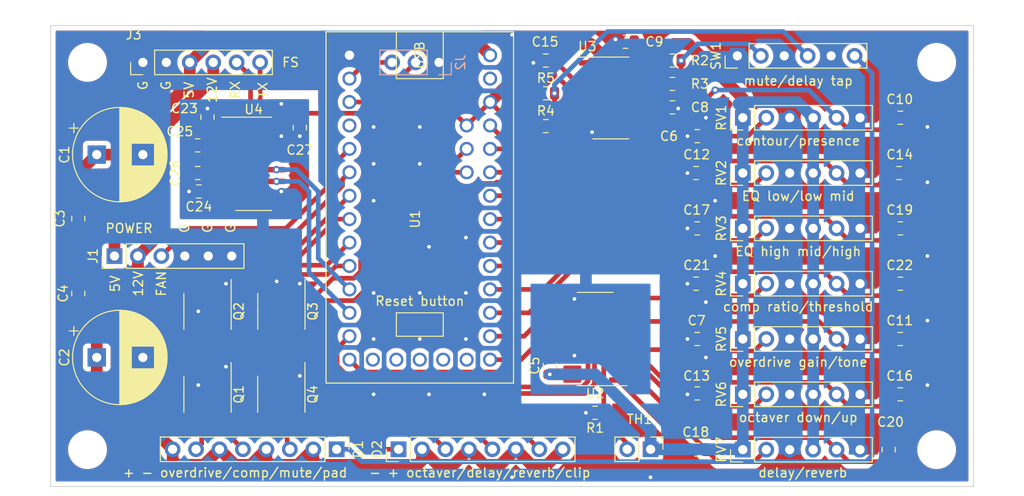
<source format=kicad_pcb>
(kicad_pcb (version 20171130) (host pcbnew 5.1.5-52549c5~84~ubuntu18.04.1)
  (layers (0 F.Cu signal) (31 B.Cu signal) (34 B.Paste user) (35 F.Paste user) (36 B.SilkS user) (37 F.SilkS user) (38 B.Mask user) (39 F.Mask user) (44 Edge.Cuts user))
  (net 0 "")
  (net 1 D+5V)
  (net 2 GNDD)
  (net 3 D+12V)
  (net 4 /MCU/MCU_control_elements/contour_pot)
  (net 5 /MCU/MCU_control_elements/overdrive_gain_pot)
  (net 6 "Net-(C8-Pad1)")
  (net 7 /MCU/MCU_control_elements/presence_pot)
  (net 8 /MCU/MCU_control_elements/overdrive_tone_pot)
  (net 9 /MCU/MCU_control_elements/EQ_low_pot)
  (net 10 /MCU/MCU_control_elements/octaver_down_pot)
  (net 11 /MCU/MCU_control_elements/EQ_low_mid_pot)
  (net 12 "Net-(C15-Pad1)")
  (net 13 /MCU/MCU_control_elements/octaver_up_pot)
  (net 14 /MCU/MCU_control_elements/EQ_high_mid_pot)
  (net 15 /MCU/MCU_control_elements/delay_vol_pot)
  (net 16 /MCU/MCU_control_elements/EQ_high_pot)
  (net 17 /MCU/MCU_control_elements/reverb_vol_pot)
  (net 18 /MCU/MCU_control_elements/comp_ratio_pot)
  (net 19 /MCU/MCU_control_elements/comp_threshold_pot)
  (net 20 "Net-(D1-Pad7)")
  (net 21 "Net-(D1-Pad5)")
  (net 22 "Net-(D1-Pad3)")
  (net 23 "Net-(D1-Pad1)")
  (net 24 "Net-(D2-Pad1)")
  (net 25 "Net-(D2-Pad3)")
  (net 26 "Net-(D2-Pad5)")
  (net 27 /MCU/fan_pwm)
  (net 28 /MCU/DSP_TX)
  (net 29 /MCU/DSP_RX)
  (net 30 /MCU/MCU_LED/octaver_LED)
  (net 31 /MCU/MCU_LED/overdrive_LED)
  (net 32 /MCU/MCU_LED/delay_LED)
  (net 33 /MCU/MCU_LED/reverb_LED)
  (net 34 /MCU/V_temp)
  (net 35 "Net-(R2-Pad2)")
  (net 36 "Net-(R4-Pad2)")
  (net 37 "Net-(U1-PadGND_2)")
  (net 38 /MCU/ADC_SCK)
  (net 39 "Net-(U1-Pad26)")
  (net 40 "Net-(U1-PadPROG)")
  (net 41 "Net-(U1-PadGND_3)")
  (net 42 "Net-(U1-Pad3V3_2)")
  (net 43 "Net-(U1-Pad17_VIN)")
  (net 44 /MCU/ADC_MISO)
  (net 45 /MCU/ADC_MOSI)
  (net 46 /MCU/ADC_CS)
  (net 47 /MCU/3V3)
  (net 48 "Net-(U1-Pad2)")
  (net 49 /MCU/MCU_control_elements/delay_tap_button)
  (net 50 /MCU/MCU_control_elements/mute_sw)
  (net 51 "Net-(D2-Pad7)")
  (net 52 /MCU/MCU_LED/clipping_LED)
  (net 53 "Net-(C23-Pad1)")
  (net 54 "Net-(C24-Pad1)")
  (net 55 "Net-(C25-Pad2)")
  (net 56 "Net-(C25-Pad1)")
  (net 57 "Net-(C26-Pad2)")
  (net 58 "Net-(C26-Pad1)")
  (net 59 /MCU/FS_RX)
  (net 60 /MCU/FS_TX)
  (net 61 "Net-(U4-Pad9)")
  (net 62 "Net-(U4-Pad8)")
  (net 63 "Net-(U4-Pad7)")
  (net 64 /MCU/comp_LED)
  (net 65 /MCU/mute_LED)
  (net 66 /MCU/FS_RS232_TX)
  (net 67 /MCU/FS_RS232_RX)
  (module bass_amplifier:Teensy_LC (layer F.Cu) (at 55 36 270)
    (fp_text reference U1 (at 0 0.5 90) (layer F.SilkS))
    (fp_text value Teensy_LC)
    (fp_text user "Reset button" (at 8.89 0) (layer F.SilkS))
    (fp_text user USB (at -17.78 0 90) (layer F.SilkS))
    (pad 25 thru_hole circle (at -5.08 -5.08 270) (size 1.524 1.524) (drill 1.016) (layers *.Cu *.Mask) (net 65 /MCU/mute_LED))
    (pad 24 thru_hole circle (at -7.62 -5.08 270) (size 1.524 1.524) (drill 1.016) (layers *.Cu *.Mask) (net 64 /MCU/comp_LED))
    (pad AREF thru_hole circle (at -10.16 -5.08 270) (size 1.524 1.524) (drill 1.016) (layers *.Cu *.Mask) (net 47 /MCU/3V3))
    (pad GND_1 thru_hole circle (at -17.78 7.62 270) (size 1.524 1.524) (drill 1.016) (layers *.Cu *.Mask) (net 2 GNDD))
    (pad 0 thru_hole circle (at -15.24 7.62 270) (size 1.524 1.524) (drill 1.016) (layers *.Cu *.Mask) (net 28 /MCU/DSP_TX))
    (pad 1 thru_hole circle (at -12.7 7.62 270) (size 1.524 1.524) (drill 1.016) (layers *.Cu *.Mask) (net 29 /MCU/DSP_RX))
    (pad 2 thru_hole circle (at -10.16 7.62 270) (size 1.524 1.524) (drill 1.016) (layers *.Cu *.Mask) (net 48 "Net-(U1-Pad2)"))
    (pad 3 thru_hole circle (at -7.62 7.62 270) (size 1.524 1.524) (drill 1.016) (layers *.Cu *.Mask) (net 27 /MCU/fan_pwm))
    (pad 4 thru_hole circle (at -5.08 7.62 270) (size 1.524 1.524) (drill 1.016) (layers *.Cu *.Mask) (net 30 /MCU/MCU_LED/octaver_LED))
    (pad 5 thru_hole circle (at -2.54 7.62 270) (size 1.524 1.524) (drill 1.016) (layers *.Cu *.Mask) (net 32 /MCU/MCU_LED/delay_LED))
    (pad 6 thru_hole circle (at 0 7.62 270) (size 1.524 1.524) (drill 1.016) (layers *.Cu *.Mask) (net 31 /MCU/MCU_LED/overdrive_LED))
    (pad 7 thru_hole circle (at 2.54 7.62 270) (size 1.524 1.524) (drill 1.016) (layers *.Cu *.Mask) (net 33 /MCU/MCU_LED/reverb_LED))
    (pad 8 thru_hole circle (at 5.08 7.62 270) (size 1.524 1.524) (drill 1.016) (layers *.Cu *.Mask) (net 52 /MCU/MCU_LED/clipping_LED))
    (pad 9 thru_hole circle (at 7.62 7.62 270) (size 1.524 1.524) (drill 1.016) (layers *.Cu *.Mask) (net 59 /MCU/FS_RX))
    (pad 10 thru_hole circle (at 10.16 7.62 270) (size 1.524 1.524) (drill 1.016) (layers *.Cu *.Mask) (net 60 /MCU/FS_TX))
    (pad 11 thru_hole circle (at 12.7 7.62 270) (size 1.524 1.524) (drill 1.016) (layers *.Cu *.Mask) (net 45 /MCU/ADC_MOSI))
    (pad 12 thru_hole circle (at 15.24 7.62 270) (size 1.524 1.524) (drill 1.016) (layers *.Cu *.Mask) (net 44 /MCU/ADC_MISO))
    (pad 17_VIN thru_hole circle (at 15.24 5.08 270) (size 1.524 1.524) (drill 1.016) (layers *.Cu *.Mask) (net 43 "Net-(U1-Pad17_VIN)"))
    (pad 3V3_2 thru_hole circle (at 15.24 2.54 270) (size 1.524 1.524) (drill 1.016) (layers *.Cu *.Mask) (net 42 "Net-(U1-Pad3V3_2)"))
    (pad GND_3 thru_hole circle (at 15.24 0 270) (size 1.524 1.524) (drill 1.016) (layers *.Cu *.Mask) (net 41 "Net-(U1-PadGND_3)"))
    (pad PROG thru_hole circle (at 15.24 -2.54 270) (size 1.524 1.524) (drill 1.016) (layers *.Cu *.Mask) (net 40 "Net-(U1-PadPROG)"))
    (pad 26 thru_hole circle (at 15.24 -5.08 270) (size 1.524 1.524) (drill 1.016) (layers *.Cu *.Mask) (net 39 "Net-(U1-Pad26)"))
    (pad 13 thru_hole circle (at 15.24 -7.62 270) (size 1.524 1.524) (drill 1.016) (layers *.Cu *.Mask) (net 38 /MCU/ADC_SCK))
    (pad 14 thru_hole circle (at 12.7 -7.62 270) (size 1.524 1.524) (drill 1.016) (layers *.Cu *.Mask) (net 46 /MCU/ADC_CS))
    (pad 15 thru_hole circle (at 10.16 -7.62 270) (size 1.524 1.524) (drill 1.016) (layers *.Cu *.Mask) (net 19 /MCU/MCU_control_elements/comp_threshold_pot))
    (pad 16 thru_hole circle (at 7.62 -7.62 270) (size 1.524 1.524) (drill 1.016) (layers *.Cu *.Mask) (net 14 /MCU/MCU_control_elements/EQ_high_mid_pot))
    (pad 17 thru_hole circle (at 5.08 -7.62 270) (size 1.524 1.524) (drill 1.016) (layers *.Cu *.Mask) (net 16 /MCU/MCU_control_elements/EQ_high_pot))
    (pad 18 thru_hole circle (at 2.54 -7.62 270) (size 1.524 1.524) (drill 1.016) (layers *.Cu *.Mask) (net 9 /MCU/MCU_control_elements/EQ_low_pot))
    (pad 19 thru_hole circle (at 0 -7.62 270) (size 1.524 1.524) (drill 1.016) (layers *.Cu *.Mask) (net 11 /MCU/MCU_control_elements/EQ_low_mid_pot))
    (pad 20 thru_hole circle (at -2.54 -7.62 270) (size 1.524 1.524) (drill 1.016) (layers *.Cu *.Mask) (net 4 /MCU/MCU_control_elements/contour_pot))
    (pad 21 thru_hole circle (at -5.08 -7.62 270) (size 1.524 1.524) (drill 1.016) (layers *.Cu *.Mask) (net 7 /MCU/MCU_control_elements/presence_pot))
    (pad 22 thru_hole circle (at -7.62 -7.62 270) (size 1.524 1.524) (drill 1.016) (layers *.Cu *.Mask) (net 50 /MCU/MCU_control_elements/mute_sw))
    (pad 23 thru_hole circle (at -10.16 -7.62 270) (size 1.524 1.524) (drill 1.016) (layers *.Cu *.Mask) (net 49 /MCU/MCU_control_elements/delay_tap_button))
    (pad 3V3_1 thru_hole circle (at -12.7 -7.62 270) (size 1.524 1.524) (drill 1.016) (layers *.Cu *.Mask) (net 47 /MCU/3V3))
    (pad GND_2 thru_hole circle (at -15.24 -7.62 270) (size 1.524 1.524) (drill 1.016) (layers *.Cu *.Mask) (net 37 "Net-(U1-PadGND_2)"))
    (pad VIN thru_hole circle (at -17.78 -7.62 270) (size 1.524 1.524) (drill 1.016) (layers *.Cu *.Mask) (net 1 D+5V))
  )
  (module Connector_PinHeader_2.54mm:PinHeader_1x03_P2.54mm_Vertical (layer B.Cu) (at 57.08 19 90)
    (fp_text reference J2 (at 0 2.33 90) (layer B.SilkS) (effects (justify mirror)))
    (fp_text value Conn_01x03_Male)
    (pad 3 thru_hole oval (at 0 -5.08 90) (size 1.7 1.7) (drill 1) (layers *.Cu *.Mask) (net 28 /MCU/DSP_TX))
    (pad 2 thru_hole oval (at 0 -2.54 90) (size 1.7 1.7) (drill 1) (layers *.Cu *.Mask) (net 29 /MCU/DSP_RX))
    (pad 1 thru_hole rect (at 0 0 90) (size 1.7 1.7) (drill 1) (layers *.Cu *.Mask) (net 2 GNDD))
  )
  (module MountingHole:MountingHole_3.2mm_M3 (layer F.Cu) (at 111 19)
    (fp_text reference REF** hide)
    (fp_text value MountingHole_3.2mm_M3)
    (pad 1 np_thru_hole circle (at 0 0) (size 3.2 3.2) (drill 3.2) (layers *.Cu *.Mask))
  )
  (module MountingHole:MountingHole_3.2mm_M3 (layer F.Cu) (at 111 61)
    (fp_text reference REF** hide)
    (fp_text value MountingHole_3.2mm_M3)
    (pad 1 np_thru_hole circle (at 0 0) (size 3.2 3.2) (drill 3.2) (layers *.Cu *.Mask))
  )
  (module MountingHole:MountingHole_3.2mm_M3 (layer F.Cu) (at 19 19)
    (fp_text reference REF** hide)
    (fp_text value MountingHole_3.2mm_M3)
    (pad 1 np_thru_hole circle (at 0 0) (size 3.2 3.2) (drill 3.2) (layers *.Cu *.Mask))
  )
  (module MountingHole:MountingHole_3.2mm_M3 (layer F.Cu) (at 19 61)
    (fp_text reference REF** hide)
    (fp_text value MountingHole_3.2mm_M3)
    (pad 1 np_thru_hole circle (at 0 0) (size 3.2 3.2) (drill 3.2) (layers *.Cu *.Mask))
  )
  (module Package_SO:SOIC-8_3.9x4.9mm_P1.27mm (layer F.Cu) (at 32 46 270)
    (fp_text reference Q2 (at 0 -3.4 90) (layer F.SilkS))
    (fp_text value TD9944)
    (pad 1 smd roundrect (at -2.475 -1.905 270) (size 1.95 0.6) (layers F.Cu F.Paste F.Mask) (net 2 GNDD))
    (pad 2 smd roundrect (at -2.475 -0.635 270) (size 1.95 0.6) (layers F.Cu F.Paste F.Mask) (net 32 /MCU/MCU_LED/delay_LED))
    (pad 3 smd roundrect (at -2.475 0.635 270) (size 1.95 0.6) (layers F.Cu F.Paste F.Mask) (net 2 GNDD))
    (pad 4 smd roundrect (at -2.475 1.905 270) (size 1.95 0.6) (layers F.Cu F.Paste F.Mask) (net 30 /MCU/MCU_LED/octaver_LED))
    (pad 5 smd roundrect (at 2.475 1.905 270) (size 1.95 0.6) (layers F.Cu F.Paste F.Mask) (net 24 "Net-(D2-Pad1)"))
    (pad 6 smd roundrect (at 2.475 0.635 270) (size 1.95 0.6) (layers F.Cu F.Paste F.Mask) (net 24 "Net-(D2-Pad1)"))
    (pad 7 smd roundrect (at 2.475 -0.635 270) (size 1.95 0.6) (layers F.Cu F.Paste F.Mask) (net 25 "Net-(D2-Pad3)"))
    (pad 8 smd roundrect (at 2.475 -1.905 270) (size 1.95 0.6) (layers F.Cu F.Paste F.Mask) (net 25 "Net-(D2-Pad3)"))
  )
  (module Package_SO:SOIC-8_3.9x4.9mm_P1.27mm (layer F.Cu) (at 40 55 270)
    (fp_text reference Q4 (at 0 -3.4 90) (layer F.SilkS))
    (fp_text value TD9944)
    (pad 8 smd roundrect (at 2.475 -1.905 270) (size 1.95 0.6) (layers F.Cu F.Paste F.Mask) (net 22 "Net-(D1-Pad3)"))
    (pad 7 smd roundrect (at 2.475 -0.635 270) (size 1.95 0.6) (layers F.Cu F.Paste F.Mask) (net 22 "Net-(D1-Pad3)"))
    (pad 6 smd roundrect (at 2.475 0.635 270) (size 1.95 0.6) (layers F.Cu F.Paste F.Mask))
    (pad 5 smd roundrect (at 2.475 1.905 270) (size 1.95 0.6) (layers F.Cu F.Paste F.Mask))
    (pad 4 smd roundrect (at -2.475 1.905 270) (size 1.95 0.6) (layers F.Cu F.Paste F.Mask))
    (pad 3 smd roundrect (at -2.475 0.635 270) (size 1.95 0.6) (layers F.Cu F.Paste F.Mask))
    (pad 2 smd roundrect (at -2.475 -0.635 270) (size 1.95 0.6) (layers F.Cu F.Paste F.Mask) (net 65 /MCU/mute_LED))
    (pad 1 smd roundrect (at -2.475 -1.905 270) (size 1.95 0.6) (layers F.Cu F.Paste F.Mask) (net 2 GNDD))
  )
  (module Package_SO:SOIC-16_3.9x9.9mm_P1.27mm (layer F.Cu) (at 37 30)
    (fp_text reference U4 (at 0 -5.9) (layer F.SilkS))
    (fp_text value MAX3232)
    (pad 16 smd roundrect (at 2.475 -4.445) (size 1.95 0.6) (layers F.Cu F.Paste F.Mask) (net 47 /MCU/3V3))
    (pad 15 smd roundrect (at 2.475 -3.175) (size 1.95 0.6) (layers F.Cu F.Paste F.Mask) (net 2 GNDD))
    (pad 14 smd roundrect (at 2.475 -1.905) (size 1.95 0.6) (layers F.Cu F.Paste F.Mask) (net 66 /MCU/FS_RS232_TX))
    (pad 13 smd roundrect (at 2.475 -0.635) (size 1.95 0.6) (layers F.Cu F.Paste F.Mask) (net 67 /MCU/FS_RS232_RX))
    (pad 12 smd roundrect (at 2.475 0.635) (size 1.95 0.6) (layers F.Cu F.Paste F.Mask) (net 59 /MCU/FS_RX))
    (pad 11 smd roundrect (at 2.475 1.905) (size 1.95 0.6) (layers F.Cu F.Paste F.Mask) (net 60 /MCU/FS_TX))
    (pad 10 smd roundrect (at 2.475 3.175) (size 1.95 0.6) (layers F.Cu F.Paste F.Mask) (net 2 GNDD))
    (pad 9 smd roundrect (at 2.475 4.445) (size 1.95 0.6) (layers F.Cu F.Paste F.Mask) (net 61 "Net-(U4-Pad9)"))
    (pad 8 smd roundrect (at -2.475 4.445) (size 1.95 0.6) (layers F.Cu F.Paste F.Mask) (net 62 "Net-(U4-Pad8)"))
    (pad 7 smd roundrect (at -2.475 3.175) (size 1.95 0.6) (layers F.Cu F.Paste F.Mask) (net 63 "Net-(U4-Pad7)"))
    (pad 6 smd roundrect (at -2.475 1.905) (size 1.95 0.6) (layers F.Cu F.Paste F.Mask) (net 54 "Net-(C24-Pad1)"))
    (pad 5 smd roundrect (at -2.475 0.635) (size 1.95 0.6) (layers F.Cu F.Paste F.Mask) (net 58 "Net-(C26-Pad1)"))
    (pad 4 smd roundrect (at -2.475 -0.635) (size 1.95 0.6) (layers F.Cu F.Paste F.Mask) (net 57 "Net-(C26-Pad2)"))
    (pad 3 smd roundrect (at -2.475 -1.905) (size 1.95 0.6) (layers F.Cu F.Paste F.Mask) (net 56 "Net-(C25-Pad1)"))
    (pad 2 smd roundrect (at -2.475 -3.175) (size 1.95 0.6) (layers F.Cu F.Paste F.Mask) (net 53 "Net-(C23-Pad1)"))
    (pad 1 smd roundrect (at -2.475 -4.445) (size 1.95 0.6) (layers F.Cu F.Paste F.Mask) (net 55 "Net-(C25-Pad2)"))
  )
  (module Capacitor_SMD:C_0805_2012Metric (layer F.Cu) (at 42 26.0625 270)
    (fp_text reference C27 (at 2.4375 0 180) (layer F.SilkS))
    (fp_text value 0.1µF)
    (pad 2 smd roundrect (at 0.9375 0 270) (size 0.975 1.4) (layers F.Cu F.Paste F.Mask) (net 2 GNDD))
    (pad 1 smd roundrect (at -0.9375 0 270) (size 0.975 1.4) (layers F.Cu F.Paste F.Mask) (net 47 /MCU/3V3))
  )
  (module Capacitor_SMD:C_0805_2012Metric (layer F.Cu) (at 32 24.9375 90)
    (fp_text reference C23 (at 0.9375 -2.5 180) (layer F.SilkS))
    (fp_text value 0.1µF)
    (pad 2 smd roundrect (at 0.9375 0 90) (size 0.975 1.4) (layers F.Cu F.Paste F.Mask) (net 2 GNDD))
    (pad 1 smd roundrect (at -0.9375 0 90) (size 0.975 1.4) (layers F.Cu F.Paste F.Mask) (net 53 "Net-(C23-Pad1)"))
  )
  (module Capacitor_SMD:C_0805_2012Metric (layer F.Cu) (at 31.0625 33 180)
    (fp_text reference C24 (at 0 -1.65) (layer F.SilkS))
    (fp_text value 0.1µF)
    (pad 2 smd roundrect (at 0.9375 0 180) (size 0.975 1.4) (layers F.Cu F.Paste F.Mask) (net 2 GNDD))
    (pad 1 smd roundrect (at -0.9375 0 180) (size 0.975 1.4) (layers F.Cu F.Paste F.Mask) (net 54 "Net-(C24-Pad1)"))
  )
  (module Capacitor_SMD:C_0805_2012Metric (layer F.Cu) (at 30.9375 28 180)
    (fp_text reference C25 (at 1.9375 1.5 180) (layer F.SilkS))
    (fp_text value 0.1µF)
    (pad 2 smd roundrect (at 0.9375 0 180) (size 0.975 1.4) (layers F.Cu F.Paste F.Mask) (net 55 "Net-(C25-Pad2)"))
    (pad 1 smd roundrect (at -0.9375 0 180) (size 0.975 1.4) (layers F.Cu F.Paste F.Mask) (net 56 "Net-(C25-Pad1)"))
  )
  (module Capacitor_SMD:C_0805_2012Metric (layer F.Cu) (at 30.9375 31 180)
    (fp_text reference C26 (at 2.4375 0 90) (layer F.SilkS))
    (fp_text value 0.1µF)
    (pad 2 smd roundrect (at 0.9375 0 180) (size 0.975 1.4) (layers F.Cu F.Paste F.Mask) (net 57 "Net-(C26-Pad2)"))
    (pad 1 smd roundrect (at -0.9375 0 180) (size 0.975 1.4) (layers F.Cu F.Paste F.Mask) (net 58 "Net-(C26-Pad1)"))
  )
  (module Connector_PinHeader_2.54mm:PinHeader_1x06_P2.54mm_Vertical (layer F.Cu) (at 25 19 90)
    (fp_text reference J3 (at 3 -1 180) (layer F.SilkS))
    (fp_text value footswitch)
    (pad 6 thru_hole oval (at 0 12.7 90) (size 1.7 1.7) (drill 1) (layers *.Cu *.Mask) (net 66 /MCU/FS_RS232_TX))
    (pad 5 thru_hole oval (at 0 10.16 90) (size 1.7 1.7) (drill 1) (layers *.Cu *.Mask) (net 67 /MCU/FS_RS232_RX))
    (pad 4 thru_hole oval (at 0 7.62 90) (size 1.7 1.7) (drill 1) (layers *.Cu *.Mask) (net 3 D+12V))
    (pad 3 thru_hole oval (at 0 5.08 90) (size 1.7 1.7) (drill 1) (layers *.Cu *.Mask) (net 1 D+5V))
    (pad 2 thru_hole oval (at 0 2.54 90) (size 1.7 1.7) (drill 1) (layers *.Cu *.Mask) (net 2 GNDD))
    (pad 1 thru_hole rect (at 0 0 90) (size 1.7 1.7) (drill 1) (layers *.Cu *.Mask) (net 2 GNDD))
  )
  (module Package_SO:SOIC-16_3.9x9.9mm_P1.27mm (layer F.Cu) (at 74 49 180)
    (fp_text reference U2 (at 0 -5.9) (layer F.SilkS))
    (fp_text value MCP3208)
    (pad 1 smd roundrect (at -2.475 -4.445 180) (size 1.95 0.6) (layers F.Cu F.Paste F.Mask) (net 15 /MCU/MCU_control_elements/delay_vol_pot))
    (pad 2 smd roundrect (at -2.475 -3.175 180) (size 1.95 0.6) (layers F.Cu F.Paste F.Mask) (net 17 /MCU/MCU_control_elements/reverb_vol_pot))
    (pad 3 smd roundrect (at -2.475 -1.905 180) (size 1.95 0.6) (layers F.Cu F.Paste F.Mask) (net 10 /MCU/MCU_control_elements/octaver_down_pot))
    (pad 4 smd roundrect (at -2.475 -0.635 180) (size 1.95 0.6) (layers F.Cu F.Paste F.Mask) (net 13 /MCU/MCU_control_elements/octaver_up_pot))
    (pad 5 smd roundrect (at -2.475 0.635 180) (size 1.95 0.6) (layers F.Cu F.Paste F.Mask) (net 5 /MCU/MCU_control_elements/overdrive_gain_pot))
    (pad 6 smd roundrect (at -2.475 1.905 180) (size 1.95 0.6) (layers F.Cu F.Paste F.Mask) (net 8 /MCU/MCU_control_elements/overdrive_tone_pot))
    (pad 7 smd roundrect (at -2.475 3.175 180) (size 1.95 0.6) (layers F.Cu F.Paste F.Mask) (net 34 /MCU/V_temp))
    (pad 8 smd roundrect (at -2.475 4.445 180) (size 1.95 0.6) (layers F.Cu F.Paste F.Mask) (net 18 /MCU/MCU_control_elements/comp_ratio_pot))
    (pad 9 smd roundrect (at 2.475 4.445 180) (size 1.95 0.6) (layers F.Cu F.Paste F.Mask) (net 2 GNDD))
    (pad 10 smd roundrect (at 2.475 3.175 180) (size 1.95 0.6) (layers F.Cu F.Paste F.Mask) (net 46 /MCU/ADC_CS))
    (pad 11 smd roundrect (at 2.475 1.905 180) (size 1.95 0.6) (layers F.Cu F.Paste F.Mask) (net 45 /MCU/ADC_MOSI))
    (pad 12 smd roundrect (at 2.475 0.635 180) (size 1.95 0.6) (layers F.Cu F.Paste F.Mask) (net 44 /MCU/ADC_MISO))
    (pad 13 smd roundrect (at 2.475 -0.635 180) (size 1.95 0.6) (layers F.Cu F.Paste F.Mask) (net 38 /MCU/ADC_SCK))
    (pad 14 smd roundrect (at 2.475 -1.905 180) (size 1.95 0.6) (layers F.Cu F.Paste F.Mask) (net 2 GNDD))
    (pad 15 smd roundrect (at 2.475 -3.175 180) (size 1.95 0.6) (layers F.Cu F.Paste F.Mask) (net 47 /MCU/3V3))
    (pad 16 smd roundrect (at 2.475 -4.445 180) (size 1.95 0.6) (layers F.Cu F.Paste F.Mask) (net 47 /MCU/3V3))
  )
  (module Connector_PinHeader_2.54mm:PinHeader_1x06_P2.54mm_Vertical (layer F.Cu) (at 89.408 18.288 90)
    (fp_text reference SW1 (at 0 -2.33 90) (layer F.SilkS))
    (fp_text value SW_SPST_X3)
    (pad 1 thru_hole rect (at 0 0 90) (size 1.7 1.7) (drill 1) (layers *.Cu *.Mask) (net 2 GNDD))
    (pad 2 thru_hole oval (at 0 2.54 90) (size 1.7 1.7) (drill 1) (layers *.Cu *.Mask) (net 35 "Net-(R2-Pad2)"))
    (pad 3 thru_hole oval (at 0 5.08 90) (size 1.7 1.7) (drill 1) (layers *.Cu *.Mask) (net 2 GNDD))
    (pad 4 thru_hole oval (at 0 7.62 90) (size 1.7 1.7) (drill 1) (layers *.Cu *.Mask) (net 36 "Net-(R4-Pad2)"))
    (pad 5 thru_hole oval (at 0 10.16 90) (size 1.7 1.7) (drill 1) (layers *.Cu *.Mask) (net 2 GNDD))
    (pad 6 thru_hole oval (at 0 12.7 90) (size 1.7 1.7) (drill 1) (layers *.Cu *.Mask) (net 23 "Net-(D1-Pad1)"))
  )
  (module Capacitor_THT:CP_Radial_D10.0mm_P5.00mm (layer F.Cu) (at 20 29)
    (fp_text reference C1 (at -3.5 0 90) (layer F.SilkS))
    (fp_text value 1000µF/25V)
    (pad 1 thru_hole rect (at 0 0) (size 2 2) (drill 1) (layers *.Cu *.Mask) (net 1 D+5V))
    (pad 2 thru_hole circle (at 5 0) (size 2 2) (drill 1) (layers *.Cu *.Mask) (net 2 GNDD))
  )
  (module Capacitor_THT:CP_Radial_D10.0mm_P5.00mm (layer F.Cu) (at 20 51)
    (fp_text reference C2 (at -3.5 0 90) (layer F.SilkS))
    (fp_text value 1000µF/25V)
    (pad 2 thru_hole circle (at 5 0) (size 2 2) (drill 1) (layers *.Cu *.Mask) (net 2 GNDD))
    (pad 1 thru_hole rect (at 0 0) (size 2 2) (drill 1) (layers *.Cu *.Mask) (net 3 D+12V))
  )
  (module Capacitor_SMD:C_0805_2012Metric (layer F.Cu) (at 18 35.9375 270)
    (fp_text reference C3 (at 0 2 90) (layer F.SilkS))
    (fp_text value "2.2µF/25V/UL low ESR")
    (pad 2 smd roundrect (at 0.9375 0 270) (size 0.975 1.4) (layers F.Cu F.Paste F.Mask) (net 2 GNDD))
    (pad 1 smd roundrect (at -0.9375 0 270) (size 0.975 1.4) (layers F.Cu F.Paste F.Mask) (net 1 D+5V))
  )
  (module Capacitor_SMD:C_0805_2012Metric (layer F.Cu) (at 18 44.0625 90)
    (fp_text reference C4 (at 0 -1.65 90) (layer F.SilkS))
    (fp_text value "2.2µF/25V/UL low ESR")
    (pad 1 smd roundrect (at -0.9375 0 90) (size 0.975 1.4) (layers F.Cu F.Paste F.Mask) (net 3 D+12V))
    (pad 2 smd roundrect (at 0.9375 0 90) (size 0.975 1.4) (layers F.Cu F.Paste F.Mask) (net 2 GNDD))
  )
  (module Capacitor_SMD:C_0805_2012Metric (layer F.Cu) (at 69.088 51.8945 90)
    (fp_text reference C5 (at 0 -1.65 90) (layer F.SilkS))
    (fp_text value "1µF/10V/UL ESR")
    (pad 2 smd roundrect (at 0.9375 0 90) (size 0.975 1.4) (layers F.Cu F.Paste F.Mask) (net 2 GNDD))
    (pad 1 smd roundrect (at -0.9375 0 90) (size 0.975 1.4) (layers F.Cu F.Paste F.Mask) (net 47 /MCU/3V3))
  )
  (module Capacitor_SMD:C_0805_2012Metric (layer F.Cu) (at 85.0625 27 180)
    (fp_text reference C6 (at 3.0625 0) (layer F.SilkS))
    (fp_text value 1µF/16V)
    (pad 1 smd roundrect (at -0.9375 0 180) (size 0.975 1.4) (layers F.Cu F.Paste F.Mask) (net 4 /MCU/MCU_control_elements/contour_pot))
    (pad 2 smd roundrect (at 0.9375 0 180) (size 0.975 1.4) (layers F.Cu F.Paste F.Mask) (net 2 GNDD))
  )
  (module Capacitor_SMD:C_0805_2012Metric (layer F.Cu) (at 85.0625 49 180)
    (fp_text reference C7 (at 0.0625 2) (layer F.SilkS))
    (fp_text value 1µF/16V)
    (pad 1 smd roundrect (at -0.9375 0 180) (size 0.975 1.4) (layers F.Cu F.Paste F.Mask) (net 5 /MCU/MCU_control_elements/overdrive_gain_pot))
    (pad 2 smd roundrect (at 0.9375 0 180) (size 0.975 1.4) (layers F.Cu F.Paste F.Mask) (net 2 GNDD))
  )
  (module Capacitor_SMD:C_0805_2012Metric (layer F.Cu) (at 82.3745 23.876)
    (fp_text reference C8 (at 2.9695 0) (layer F.SilkS))
    (fp_text value 0.1µF/25V)
    (pad 1 smd roundrect (at -0.9375 0) (size 0.975 1.4) (layers F.Cu F.Paste F.Mask) (net 6 "Net-(C8-Pad1)"))
    (pad 2 smd roundrect (at 0.9375 0) (size 0.975 1.4) (layers F.Cu F.Paste F.Mask) (net 2 GNDD))
  )
  (module Capacitor_SMD:C_0805_2012Metric (layer F.Cu) (at 77.2945 16.764 180)
    (fp_text reference C9 (at -3.1265 0) (layer F.SilkS))
    (fp_text value "1µF/10V/UL ESR")
    (pad 2 smd roundrect (at 0.9375 0 180) (size 0.975 1.4) (layers F.Cu F.Paste F.Mask) (net 2 GNDD))
    (pad 1 smd roundrect (at -0.9375 0 180) (size 0.975 1.4) (layers F.Cu F.Paste F.Mask) (net 47 /MCU/3V3))
  )
  (module Capacitor_SMD:C_0805_2012Metric (layer F.Cu) (at 107.0625 25)
    (fp_text reference C10 (at -0.0625 -2) (layer F.SilkS))
    (fp_text value 1µF/16V)
    (pad 1 smd roundrect (at -0.9375 0) (size 0.975 1.4) (layers F.Cu F.Paste F.Mask) (net 7 /MCU/MCU_control_elements/presence_pot))
    (pad 2 smd roundrect (at 0.9375 0) (size 0.975 1.4) (layers F.Cu F.Paste F.Mask) (net 2 GNDD))
  )
  (module Capacitor_SMD:C_0805_2012Metric (layer F.Cu) (at 107.0625 49)
    (fp_text reference C11 (at -0.0625 -2) (layer F.SilkS))
    (fp_text value 1µF/16V)
    (pad 1 smd roundrect (at -0.9375 0) (size 0.975 1.4) (layers F.Cu F.Paste F.Mask) (net 8 /MCU/MCU_control_elements/overdrive_tone_pot))
    (pad 2 smd roundrect (at 0.9375 0) (size 0.975 1.4) (layers F.Cu F.Paste F.Mask) (net 2 GNDD))
  )
  (module Capacitor_SMD:C_0805_2012Metric (layer F.Cu) (at 84.9375 31 180)
    (fp_text reference C12 (at -0.0625 2) (layer F.SilkS))
    (fp_text value 1µF/16V)
    (pad 2 smd roundrect (at 0.9375 0 180) (size 0.975 1.4) (layers F.Cu F.Paste F.Mask) (net 2 GNDD))
    (pad 1 smd roundrect (at -0.9375 0 180) (size 0.975 1.4) (layers F.Cu F.Paste F.Mask) (net 9 /MCU/MCU_control_elements/EQ_low_pot))
  )
  (module Capacitor_SMD:C_0805_2012Metric (layer F.Cu) (at 85.0625 54.9 180)
    (fp_text reference C13 (at 0.0625 1.9) (layer F.SilkS))
    (fp_text value 1µF/16V)
    (pad 2 smd roundrect (at 0.9375 0 180) (size 0.975 1.4) (layers F.Cu F.Paste F.Mask) (net 2 GNDD))
    (pad 1 smd roundrect (at -0.9375 0 180) (size 0.975 1.4) (layers F.Cu F.Paste F.Mask) (net 10 /MCU/MCU_control_elements/octaver_down_pot))
  )
  (module Capacitor_SMD:C_0805_2012Metric (layer F.Cu) (at 106.9375 31)
    (fp_text reference C14 (at 0.0625 -2) (layer F.SilkS))
    (fp_text value 1µF/16V)
    (pad 1 smd roundrect (at -0.9375 0) (size 0.975 1.4) (layers F.Cu F.Paste F.Mask) (net 11 /MCU/MCU_control_elements/EQ_low_mid_pot))
    (pad 2 smd roundrect (at 0.9375 0) (size 0.975 1.4) (layers F.Cu F.Paste F.Mask) (net 2 GNDD))
  )
  (module Capacitor_SMD:C_0805_2012Metric (layer F.Cu) (at 68.6585 18.796 180)
    (fp_text reference C15 (at 0.0785 2.032) (layer F.SilkS))
    (fp_text value 0.1µF/25V)
    (pad 2 smd roundrect (at 0.9375 0 180) (size 0.975 1.4) (layers F.Cu F.Paste F.Mask) (net 2 GNDD))
    (pad 1 smd roundrect (at -0.9375 0 180) (size 0.975 1.4) (layers F.Cu F.Paste F.Mask) (net 12 "Net-(C15-Pad1)"))
  )
  (module Capacitor_SMD:C_0805_2012Metric (layer F.Cu) (at 107.0625 55)
    (fp_text reference C16 (at -0.0625 -2) (layer F.SilkS))
    (fp_text value 1µF/16V)
    (pad 2 smd roundrect (at 0.9375 0) (size 0.975 1.4) (layers F.Cu F.Paste F.Mask) (net 2 GNDD))
    (pad 1 smd roundrect (at -0.9375 0) (size 0.975 1.4) (layers F.Cu F.Paste F.Mask) (net 13 /MCU/MCU_control_elements/octaver_up_pot))
  )
  (module Capacitor_SMD:C_0805_2012Metric (layer F.Cu) (at 85.0625 37 180)
    (fp_text reference C17 (at 0.0625 2) (layer F.SilkS))
    (fp_text value 1µF/16V)
    (pad 2 smd roundrect (at 0.9375 0 180) (size 0.975 1.4) (layers F.Cu F.Paste F.Mask) (net 2 GNDD))
    (pad 1 smd roundrect (at -0.9375 0 180) (size 0.975 1.4) (layers F.Cu F.Paste F.Mask) (net 14 /MCU/MCU_control_elements/EQ_high_mid_pot))
  )
  (module Capacitor_SMD:C_0805_2012Metric (layer F.Cu) (at 85.0625 61 180)
    (fp_text reference C18 (at 0.1625 1.9) (layer F.SilkS))
    (fp_text value 1µF/16V)
    (pad 1 smd roundrect (at -0.9375 0 180) (size 0.975 1.4) (layers F.Cu F.Paste F.Mask) (net 15 /MCU/MCU_control_elements/delay_vol_pot))
    (pad 2 smd roundrect (at 0.9375 0 180) (size 0.975 1.4) (layers F.Cu F.Paste F.Mask) (net 2 GNDD))
  )
  (module Capacitor_SMD:C_0805_2012Metric (layer F.Cu) (at 107.0625 37)
    (fp_text reference C19 (at -0.0625 -2) (layer F.SilkS))
    (fp_text value 1µF/16V)
    (pad 1 smd roundrect (at -0.9375 0) (size 0.975 1.4) (layers F.Cu F.Paste F.Mask) (net 16 /MCU/MCU_control_elements/EQ_high_pot))
    (pad 2 smd roundrect (at 0.9375 0) (size 0.975 1.4) (layers F.Cu F.Paste F.Mask) (net 2 GNDD))
  )
  (module Capacitor_SMD:C_0805_2012Metric (layer F.Cu) (at 105.8 61 90)
    (fp_text reference C20 (at 3 0.2 180) (layer F.SilkS))
    (fp_text value 1µF/16V)
    (pad 1 smd roundrect (at -0.9375 0 90) (size 0.975 1.4) (layers F.Cu F.Paste F.Mask) (net 17 /MCU/MCU_control_elements/reverb_vol_pot))
    (pad 2 smd roundrect (at 0.9375 0 90) (size 0.975 1.4) (layers F.Cu F.Paste F.Mask) (net 2 GNDD))
  )
  (module Capacitor_SMD:C_0805_2012Metric (layer F.Cu) (at 84.9375 43 180)
    (fp_text reference C21 (at -0.0625 2) (layer F.SilkS))
    (fp_text value 1µF/16V)
    (pad 2 smd roundrect (at 0.9375 0 180) (size 0.975 1.4) (layers F.Cu F.Paste F.Mask) (net 2 GNDD))
    (pad 1 smd roundrect (at -0.9375 0 180) (size 0.975 1.4) (layers F.Cu F.Paste F.Mask) (net 18 /MCU/MCU_control_elements/comp_ratio_pot))
  )
  (module Capacitor_SMD:C_0805_2012Metric (layer F.Cu) (at 107.0625 43)
    (fp_text reference C22 (at -0.0625 -2) (layer F.SilkS))
    (fp_text value 1µF/16V)
    (pad 2 smd roundrect (at 0.9375 0) (size 0.975 1.4) (layers F.Cu F.Paste F.Mask) (net 2 GNDD))
    (pad 1 smd roundrect (at -0.9375 0) (size 0.975 1.4) (layers F.Cu F.Paste F.Mask) (net 19 /MCU/MCU_control_elements/comp_threshold_pot))
  )
  (module Connector_PinHeader_2.54mm:PinHeader_1x08_P2.54mm_Vertical (layer F.Cu) (at 46 60.96 270)
    (fp_text reference D1 (at 0 -2.33 90) (layer F.SilkS))
    (fp_text value LED)
    (pad 8 thru_hole oval (at 0 17.78 270) (size 1.7 1.7) (drill 1) (layers *.Cu *.Mask) (net 3 D+12V))
    (pad 7 thru_hole oval (at 0 15.24 270) (size 1.7 1.7) (drill 1) (layers *.Cu *.Mask) (net 20 "Net-(D1-Pad7)"))
    (pad 6 thru_hole oval (at 0 12.7 270) (size 1.7 1.7) (drill 1) (layers *.Cu *.Mask) (net 3 D+12V))
    (pad 5 thru_hole oval (at 0 10.16 270) (size 1.7 1.7) (drill 1) (layers *.Cu *.Mask) (net 21 "Net-(D1-Pad5)"))
    (pad 4 thru_hole oval (at 0 7.62 270) (size 1.7 1.7) (drill 1) (layers *.Cu *.Mask) (net 3 D+12V))
    (pad 3 thru_hole oval (at 0 5.08 270) (size 1.7 1.7) (drill 1) (layers *.Cu *.Mask) (net 22 "Net-(D1-Pad3)"))
    (pad 2 thru_hole oval (at 0 2.54 270) (size 1.7 1.7) (drill 1) (layers *.Cu *.Mask) (net 3 D+12V))
    (pad 1 thru_hole rect (at 0 0 270) (size 1.7 1.7) (drill 1) (layers *.Cu *.Mask) (net 23 "Net-(D1-Pad1)"))
  )
  (module Connector_PinHeader_2.54mm:PinHeader_1x08_P2.54mm_Vertical (layer F.Cu) (at 52.705 60.96 90)
    (fp_text reference D2 (at 0 -2.33 90) (layer F.SilkS))
    (fp_text value LED)
    (pad 1 thru_hole rect (at 0 0 90) (size 1.7 1.7) (drill 1) (layers *.Cu *.Mask) (net 24 "Net-(D2-Pad1)"))
    (pad 2 thru_hole oval (at 0 2.54 90) (size 1.7 1.7) (drill 1) (layers *.Cu *.Mask) (net 3 D+12V))
    (pad 3 thru_hole oval (at 0 5.08 90) (size 1.7 1.7) (drill 1) (layers *.Cu *.Mask) (net 25 "Net-(D2-Pad3)"))
    (pad 4 thru_hole oval (at 0 7.62 90) (size 1.7 1.7) (drill 1) (layers *.Cu *.Mask) (net 3 D+12V))
    (pad 5 thru_hole oval (at 0 10.16 90) (size 1.7 1.7) (drill 1) (layers *.Cu *.Mask) (net 26 "Net-(D2-Pad5)"))
    (pad 6 thru_hole oval (at 0 12.7 90) (size 1.7 1.7) (drill 1) (layers *.Cu *.Mask) (net 3 D+12V))
    (pad 7 thru_hole oval (at 0 15.24 90) (size 1.7 1.7) (drill 1) (layers *.Cu *.Mask) (net 51 "Net-(D2-Pad7)"))
    (pad 8 thru_hole oval (at 0 17.78 90) (size 1.7 1.7) (drill 1) (layers *.Cu *.Mask) (net 3 D+12V))
  )
  (module Connector_PinHeader_2.54mm:PinHeader_1x06_P2.54mm_Vertical (layer F.Cu) (at 21.92 40 90)
    (fp_text reference J1 (at 0 -2.33 90) (layer F.SilkS))
    (fp_text value Conn_01x06_Male)
    (pad 1 thru_hole rect (at 0 0 90) (size 1.7 1.7) (drill 1) (layers *.Cu *.Mask) (net 1 D+5V))
    (pad 2 thru_hole oval (at 0 2.54 90) (size 1.7 1.7) (drill 1) (layers *.Cu *.Mask) (net 3 D+12V))
    (pad 3 thru_hole oval (at 0 5.08 90) (size 1.7 1.7) (drill 1) (layers *.Cu *.Mask) (net 27 /MCU/fan_pwm))
    (pad 4 thru_hole oval (at 0 7.62 90) (size 1.7 1.7) (drill 1) (layers *.Cu *.Mask) (net 2 GNDD))
    (pad 5 thru_hole oval (at 0 10.16 90) (size 1.7 1.7) (drill 1) (layers *.Cu *.Mask) (net 2 GNDD))
    (pad 6 thru_hole oval (at 0 12.7 90) (size 1.7 1.7) (drill 1) (layers *.Cu *.Mask) (net 2 GNDD))
  )
  (module Resistor_SMD:R_0805_2012Metric (layer F.Cu) (at 73.9925 57 180)
    (fp_text reference R1 (at 0 -1.65) (layer F.SilkS))
    (fp_text value 10k)
    (pad 1 smd roundrect (at -0.9375 0 180) (size 0.975 1.4) (layers F.Cu F.Paste F.Mask) (net 34 /MCU/V_temp))
    (pad 2 smd roundrect (at 0.9375 0 180) (size 0.975 1.4) (layers F.Cu F.Paste F.Mask) (net 2 GNDD))
  )
  (module Resistor_SMD:R_0805_2012Metric (layer F.Cu) (at 82.3745 18.796)
    (fp_text reference R2 (at 2.9695 0) (layer F.SilkS))
    (fp_text value 10k)
    (pad 2 smd roundrect (at 0.9375 0) (size 0.975 1.4) (layers F.Cu F.Paste F.Mask) (net 35 "Net-(R2-Pad2)"))
    (pad 1 smd roundrect (at -0.9375 0) (size 0.975 1.4) (layers F.Cu F.Paste F.Mask) (net 47 /MCU/3V3))
  )
  (module Resistor_SMD:R_0805_2012Metric (layer F.Cu) (at 82.3745 21.336)
    (fp_text reference R3 (at 2.9695 0) (layer F.SilkS))
    (fp_text value 10k)
    (pad 1 smd roundrect (at -0.9375 0) (size 0.975 1.4) (layers F.Cu F.Paste F.Mask) (net 6 "Net-(C8-Pad1)"))
    (pad 2 smd roundrect (at 0.9375 0) (size 0.975 1.4) (layers F.Cu F.Paste F.Mask) (net 35 "Net-(R2-Pad2)"))
  )
  (module Resistor_SMD:R_0805_2012Metric (layer F.Cu) (at 68.6585 25.908)
    (fp_text reference R4 (at 0 -1.65) (layer F.SilkS))
    (fp_text value 10k)
    (pad 2 smd roundrect (at 0.9375 0) (size 0.975 1.4) (layers F.Cu F.Paste F.Mask) (net 36 "Net-(R4-Pad2)"))
    (pad 1 smd roundrect (at -0.9375 0) (size 0.975 1.4) (layers F.Cu F.Paste F.Mask) (net 47 /MCU/3V3))
  )
  (module Resistor_SMD:R_0805_2012Metric (layer F.Cu) (at 68.6585 22.352)
    (fp_text reference R5 (at 0 -1.65) (layer F.SilkS))
    (fp_text value 10k)
    (pad 1 smd roundrect (at -0.9375 0) (size 0.975 1.4) (layers F.Cu F.Paste F.Mask) (net 12 "Net-(C15-Pad1)"))
    (pad 2 smd roundrect (at 0.9375 0) (size 0.975 1.4) (layers F.Cu F.Paste F.Mask) (net 36 "Net-(R4-Pad2)"))
  )
  (module Connector_PinHeader_2.54mm:PinHeader_1x06_P2.54mm_Vertical (layer F.Cu) (at 90 25 90)
    (fp_text reference RV1 (at 0 -2.33 90) (layer F.SilkS))
    (fp_text value 10k)
    (pad 1 thru_hole rect (at 0 0 90) (size 1.7 1.7) (drill 1) (layers *.Cu *.Mask) (net 47 /MCU/3V3))
    (pad 2 thru_hole oval (at 0 2.54 90) (size 1.7 1.7) (drill 1) (layers *.Cu *.Mask) (net 4 /MCU/MCU_control_elements/contour_pot))
    (pad 3 thru_hole oval (at 0 5.08 90) (size 1.7 1.7) (drill 1) (layers *.Cu *.Mask) (net 2 GNDD))
    (pad 4 thru_hole oval (at 0 7.62 90) (size 1.7 1.7) (drill 1) (layers *.Cu *.Mask) (net 47 /MCU/3V3))
    (pad 5 thru_hole oval (at 0 10.16 90) (size 1.7 1.7) (drill 1) (layers *.Cu *.Mask) (net 7 /MCU/MCU_control_elements/presence_pot))
    (pad 6 thru_hole oval (at 0 12.7 90) (size 1.7 1.7) (drill 1) (layers *.Cu *.Mask) (net 2 GNDD))
  )
  (module Connector_PinHeader_2.54mm:PinHeader_1x06_P2.54mm_Vertical (layer F.Cu) (at 90 31 90)
    (fp_text reference RV2 (at 0 -2.33 90) (layer F.SilkS))
    (fp_text value 10k)
    (pad 6 thru_hole oval (at 0 12.7 90) (size 1.7 1.7) (drill 1) (layers *.Cu *.Mask) (net 2 GNDD))
    (pad 5 thru_hole oval (at 0 10.16 90) (size 1.7 1.7) (drill 1) (layers *.Cu *.Mask) (net 11 /MCU/MCU_control_elements/EQ_low_mid_pot))
    (pad 4 thru_hole oval (at 0 7.62 90) (size 1.7 1.7) (drill 1) (layers *.Cu *.Mask) (net 47 /MCU/3V3))
    (pad 3 thru_hole oval (at 0 5.08 90) (size 1.7 1.7) (drill 1) (layers *.Cu *.Mask) (net 2 GNDD))
    (pad 2 thru_hole oval (at 0 2.54 90) (size 1.7 1.7) (drill 1) (layers *.Cu *.Mask) (net 9 /MCU/MCU_control_elements/EQ_low_pot))
    (pad 1 thru_hole rect (at 0 0 90) (size 1.7 1.7) (drill 1) (layers *.Cu *.Mask) (net 47 /MCU/3V3))
  )
  (module Connector_PinHeader_2.54mm:PinHeader_1x06_P2.54mm_Vertical (layer F.Cu) (at 90 37 90)
    (fp_text reference RV3 (at 0 -2.33 90) (layer F.SilkS))
    (fp_text value 10k)
    (pad 1 thru_hole rect (at 0 0 90) (size 1.7 1.7) (drill 1) (layers *.Cu *.Mask) (net 47 /MCU/3V3))
    (pad 2 thru_hole oval (at 0 2.54 90) (size 1.7 1.7) (drill 1) (layers *.Cu *.Mask) (net 14 /MCU/MCU_control_elements/EQ_high_mid_pot))
    (pad 3 thru_hole oval (at 0 5.08 90) (size 1.7 1.7) (drill 1) (layers *.Cu *.Mask) (net 2 GNDD))
    (pad 4 thru_hole oval (at 0 7.62 90) (size 1.7 1.7) (drill 1) (layers *.Cu *.Mask) (net 47 /MCU/3V3))
    (pad 5 thru_hole oval (at 0 10.16 90) (size 1.7 1.7) (drill 1) (layers *.Cu *.Mask) (net 16 /MCU/MCU_control_elements/EQ_high_pot))
    (pad 6 thru_hole oval (at 0 12.7 90) (size 1.7 1.7) (drill 1) (layers *.Cu *.Mask) (net 2 GNDD))
  )
  (module Connector_PinHeader_2.54mm:PinHeader_1x06_P2.54mm_Vertical (layer F.Cu) (at 90 43 90)
    (fp_text reference RV4 (at 0 -2.33 90) (layer F.SilkS))
    (fp_text value 10k)
    (pad 6 thru_hole oval (at 0 12.7 90) (size 1.7 1.7) (drill 1) (layers *.Cu *.Mask) (net 2 GNDD))
    (pad 5 thru_hole oval (at 0 10.16 90) (size 1.7 1.7) (drill 1) (layers *.Cu *.Mask) (net 19 /MCU/MCU_control_elements/comp_threshold_pot))
    (pad 4 thru_hole oval (at 0 7.62 90) (size 1.7 1.7) (drill 1) (layers *.Cu *.Mask) (net 47 /MCU/3V3))
    (pad 3 thru_hole oval (at 0 5.08 90) (size 1.7 1.7) (drill 1) (layers *.Cu *.Mask) (net 2 GNDD))
    (pad 2 thru_hole oval (at 0 2.54 90) (size 1.7 1.7) (drill 1) (layers *.Cu *.Mask) (net 18 /MCU/MCU_control_elements/comp_ratio_pot))
    (pad 1 thru_hole rect (at 0 0 90) (size 1.7 1.7) (drill 1) (layers *.Cu *.Mask) (net 47 /MCU/3V3))
  )
  (module Connector_PinHeader_2.54mm:PinHeader_1x06_P2.54mm_Vertical (layer F.Cu) (at 90 49 90)
    (fp_text reference RV5 (at 0 -2.33 90) (layer F.SilkS))
    (fp_text value 10k)
    (pad 6 thru_hole oval (at 0 12.7 90) (size 1.7 1.7) (drill 1) (layers *.Cu *.Mask) (net 2 GNDD))
    (pad 5 thru_hole oval (at 0 10.16 90) (size 1.7 1.7) (drill 1) (layers *.Cu *.Mask) (net 8 /MCU/MCU_control_elements/overdrive_tone_pot))
    (pad 4 thru_hole oval (at 0 7.62 90) (size 1.7 1.7) (drill 1) (layers *.Cu *.Mask) (net 47 /MCU/3V3))
    (pad 3 thru_hole oval (at 0 5.08 90) (size 1.7 1.7) (drill 1) (layers *.Cu *.Mask) (net 2 GNDD))
    (pad 2 thru_hole oval (at 0 2.54 90) (size 1.7 1.7) (drill 1) (layers *.Cu *.Mask) (net 5 /MCU/MCU_control_elements/overdrive_gain_pot))
    (pad 1 thru_hole rect (at 0 0 90) (size 1.7 1.7) (drill 1) (layers *.Cu *.Mask) (net 47 /MCU/3V3))
  )
  (module Connector_PinHeader_2.54mm:PinHeader_1x06_P2.54mm_Vertical (layer F.Cu) (at 90 55 90)
    (fp_text reference RV6 (at 0 -2.33 90) (layer F.SilkS))
    (fp_text value 10k)
    (pad 1 thru_hole rect (at 0 0 90) (size 1.7 1.7) (drill 1) (layers *.Cu *.Mask) (net 47 /MCU/3V3))
    (pad 2 thru_hole oval (at 0 2.54 90) (size 1.7 1.7) (drill 1) (layers *.Cu *.Mask) (net 10 /MCU/MCU_control_elements/octaver_down_pot))
    (pad 3 thru_hole oval (at 0 5.08 90) (size 1.7 1.7) (drill 1) (layers *.Cu *.Mask) (net 2 GNDD))
    (pad 4 thru_hole oval (at 0 7.62 90) (size 1.7 1.7) (drill 1) (layers *.Cu *.Mask) (net 47 /MCU/3V3))
    (pad 5 thru_hole oval (at 0 10.16 90) (size 1.7 1.7) (drill 1) (layers *.Cu *.Mask) (net 13 /MCU/MCU_control_elements/octaver_up_pot))
    (pad 6 thru_hole oval (at 0 12.7 90) (size 1.7 1.7) (drill 1) (layers *.Cu *.Mask) (net 2 GNDD))
  )
  (module Connector_PinHeader_2.54mm:PinHeader_1x06_P2.54mm_Vertical (layer F.Cu) (at 90 61 90)
    (fp_text reference RV7 (at 0 -2.33 90) (layer F.SilkS))
    (fp_text value 10k)
    (pad 6 thru_hole oval (at 0 12.7 90) (size 1.7 1.7) (drill 1) (layers *.Cu *.Mask) (net 2 GNDD))
    (pad 5 thru_hole oval (at 0 10.16 90) (size 1.7 1.7) (drill 1) (layers *.Cu *.Mask) (net 17 /MCU/MCU_control_elements/reverb_vol_pot))
    (pad 4 thru_hole oval (at 0 7.62 90) (size 1.7 1.7) (drill 1) (layers *.Cu *.Mask) (net 47 /MCU/3V3))
    (pad 3 thru_hole oval (at 0 5.08 90) (size 1.7 1.7) (drill 1) (layers *.Cu *.Mask) (net 2 GNDD))
    (pad 2 thru_hole oval (at 0 2.54 90) (size 1.7 1.7) (drill 1) (layers *.Cu *.Mask) (net 15 /MCU/MCU_control_elements/delay_vol_pot))
    (pad 1 thru_hole rect (at 0 0 90) (size 1.7 1.7) (drill 1) (layers *.Cu *.Mask) (net 47 /MCU/3V3))
  )
  (module Connector_PinHeader_2.54mm:PinHeader_1x02_P2.54mm_Vertical (layer F.Cu) (at 80.01 60.96 270)
    (fp_text reference TH1 (at -3.26 1.21 180) (layer F.SilkS))
    (fp_text value 10k)
    (pad 1 thru_hole rect (at 0 0 270) (size 1.7 1.7) (drill 1) (layers *.Cu *.Mask) (net 47 /MCU/3V3))
    (pad 2 thru_hole oval (at 0 2.54 270) (size 1.7 1.7) (drill 1) (layers *.Cu *.Mask) (net 34 /MCU/V_temp))
  )
  (module Package_SO:SOIC-14_3.9x8.7mm_P1.27mm (layer F.Cu) (at 75.692 22.86)
    (fp_text reference U3 (at -2.54 -5.588) (layer F.SilkS))
    (fp_text value 74HC14)
    (pad 1 smd roundrect (at -2.475 -3.81) (size 1.95 0.6) (layers F.Cu F.Paste F.Mask) (net 6 "Net-(C8-Pad1)"))
    (pad 2 smd roundrect (at -2.475 -2.54) (size 1.95 0.6) (layers F.Cu F.Paste F.Mask) (net 50 /MCU/MCU_control_elements/mute_sw))
    (pad 3 smd roundrect (at -2.475 -1.27) (size 1.95 0.6) (layers F.Cu F.Paste F.Mask) (net 12 "Net-(C15-Pad1)"))
    (pad 4 smd roundrect (at -2.475 0) (size 1.95 0.6) (layers F.Cu F.Paste F.Mask) (net 49 /MCU/MCU_control_elements/delay_tap_button))
    (pad 5 smd roundrect (at -2.475 1.27) (size 1.95 0.6) (layers F.Cu F.Paste F.Mask))
    (pad 6 smd roundrect (at -2.475 2.54) (size 1.95 0.6) (layers F.Cu F.Paste F.Mask))
    (pad 7 smd roundrect (at -2.475 3.81) (size 1.95 0.6) (layers F.Cu F.Paste F.Mask) (net 2 GNDD))
    (pad 8 smd roundrect (at 2.475 3.81) (size 1.95 0.6) (layers F.Cu F.Paste F.Mask))
    (pad 9 smd roundrect (at 2.475 2.54) (size 1.95 0.6) (layers F.Cu F.Paste F.Mask))
    (pad 10 smd roundrect (at 2.475 1.27) (size 1.95 0.6) (layers F.Cu F.Paste F.Mask))
    (pad 11 smd roundrect (at 2.475 0) (size 1.95 0.6) (layers F.Cu F.Paste F.Mask))
    (pad 12 smd roundrect (at 2.475 -1.27) (size 1.95 0.6) (layers F.Cu F.Paste F.Mask))
    (pad 13 smd roundrect (at 2.475 -2.54) (size 1.95 0.6) (layers F.Cu F.Paste F.Mask))
    (pad 14 smd roundrect (at 2.475 -3.81) (size 1.95 0.6) (layers F.Cu F.Paste F.Mask) (net 47 /MCU/3V3))
  )
  (module Package_SO:SOIC-8_3.9x4.9mm_P1.27mm (layer F.Cu) (at 32 55 270)
    (fp_text reference Q1 (at 0 -3.4 90) (layer F.SilkS))
    (fp_text value TD9944)
    (pad 8 smd roundrect (at 2.475 -1.905 270) (size 1.95 0.6) (layers F.Cu F.Paste F.Mask) (net 21 "Net-(D1-Pad5)"))
    (pad 7 smd roundrect (at 2.475 -0.635 270) (size 1.95 0.6) (layers F.Cu F.Paste F.Mask) (net 21 "Net-(D1-Pad5)"))
    (pad 6 smd roundrect (at 2.475 0.635 270) (size 1.95 0.6) (layers F.Cu F.Paste F.Mask) (net 20 "Net-(D1-Pad7)"))
    (pad 5 smd roundrect (at 2.475 1.905 270) (size 1.95 0.6) (layers F.Cu F.Paste F.Mask) (net 20 "Net-(D1-Pad7)"))
    (pad 4 smd roundrect (at -2.475 1.905 270) (size 1.95 0.6) (layers F.Cu F.Paste F.Mask) (net 31 /MCU/MCU_LED/overdrive_LED))
    (pad 3 smd roundrect (at -2.475 0.635 270) (size 1.95 0.6) (layers F.Cu F.Paste F.Mask) (net 2 GNDD))
    (pad 2 smd roundrect (at -2.475 -0.635 270) (size 1.95 0.6) (layers F.Cu F.Paste F.Mask) (net 64 /MCU/comp_LED))
    (pad 1 smd roundrect (at -2.475 -1.905 270) (size 1.95 0.6) (layers F.Cu F.Paste F.Mask) (net 2 GNDD))
  )
  (module Package_SO:SOIC-8_3.9x4.9mm_P1.27mm (layer F.Cu) (at 40.005 46 270)
    (fp_text reference Q3 (at 0 -3.4 90) (layer F.SilkS))
    (fp_text value TD9944)
    (pad 1 smd roundrect (at -2.475 -1.905 270) (size 1.95 0.6) (layers F.Cu F.Paste F.Mask) (net 2 GNDD))
    (pad 2 smd roundrect (at -2.475 -0.635 270) (size 1.95 0.6) (layers F.Cu F.Paste F.Mask) (net 52 /MCU/MCU_LED/clipping_LED))
    (pad 3 smd roundrect (at -2.475 0.635 270) (size 1.95 0.6) (layers F.Cu F.Paste F.Mask) (net 2 GNDD))
    (pad 4 smd roundrect (at -2.475 1.905 270) (size 1.95 0.6) (layers F.Cu F.Paste F.Mask) (net 33 /MCU/MCU_LED/reverb_LED))
    (pad 5 smd roundrect (at 2.475 1.905 270) (size 1.95 0.6) (layers F.Cu F.Paste F.Mask) (net 26 "Net-(D2-Pad5)"))
    (pad 6 smd roundrect (at 2.475 0.635 270) (size 1.95 0.6) (layers F.Cu F.Paste F.Mask) (net 26 "Net-(D2-Pad5)"))
    (pad 7 smd roundrect (at 2.475 -0.635 270) (size 1.95 0.6) (layers F.Cu F.Paste F.Mask) (net 51 "Net-(D2-Pad7)"))
    (pad 8 smd roundrect (at 2.475 -1.905 270) (size 1.95 0.6) (layers F.Cu F.Paste F.Mask) (net 51 "Net-(D2-Pad7)"))
  )
  (gr_text "mute/delay tap" (at 96 21) (layer F.SilkS) (effects (font (size 1 1))))
  (gr_text contour/presence (at 96 27.5) (layer F.SilkS) (effects (font (size 1 1))))
  (gr_text "EQ low/low mid" (at 96 33.5) (layer F.SilkS) (effects (font (size 1 1))))
  (gr_text "EQ high mid/high" (at 96 39.5) (layer F.SilkS) (effects (font (size 1 1))))
  (gr_text "comp ratio/threshold" (at 96 45.5) (layer F.SilkS) (effects (font (size 1 1))))
  (gr_text "overdrive gain/tone" (at 96 51.5) (layer F.SilkS) (effects (font (size 1 1))))
  (gr_text "octaver down/up" (at 96 57.5) (layer F.SilkS) (effects (font (size 1 1))))
  (gr_text delay/reverb (at 96.5 63.5) (layer F.SilkS) (effects (font (size 1 1))))
  (gr_text "- + octaver/delay/reverb/clip" (at 61.5 63.5) (layer F.SilkS) (effects (font (size 1 1))))
  (gr_text "+ - overdrive/comp/mute/pad" (at 35 63.5) (layer F.SilkS) (effects (font (size 1 1))))
  (gr_text TX (at 38 22 90) (layer F.SilkS) (effects (font (size 1 1))))
  (gr_text RX (at 35 22 90) (layer F.SilkS) (effects (font (size 1 1))))
  (gr_text 12V (at 32.5 22 90) (layer F.SilkS) (effects (font (size 1 1))))
  (gr_text G (at 27.5 21.5 90) (layer F.SilkS) (effects (font (size 1 1))))
  (gr_text G (at 25 21.5 90) (layer F.SilkS) (effects (font (size 1 1))))
  (gr_text G (at 34.5 37 90) (layer F.SilkS) (effects (font (size 1 1))))
  (gr_text G (at 32 37 90) (layer F.SilkS) (effects (font (size 1 1))))
  (gr_text G (at 29.5 37 90) (layer F.SilkS) (effects (font (size 1 1))))
  (gr_text 5V (at 30 22 90) (layer F.SilkS) (effects (font (size 1 1))))
  (gr_text FS (at 41 19) (layer F.SilkS) (effects (font (size 1 1))))
  (gr_text POWER (at 23.5 37) (layer F.SilkS) (effects (font (size 1 1))))
  (gr_text FAN (at 27 43 90) (layer F.SilkS) (effects (font (size 1 1))))
  (gr_text 12V (at 24.5 43 90) (layer F.SilkS) (effects (font (size 1 1))))
  (gr_text 5V (at 22 43 90) (layer F.SilkS) (effects (font (size 1 1))))
  (gr_line (start 115 15) (end 15 15) (layer Edge.Cuts) (width 0.1))
  (gr_line (start 115 65) (end 115 15) (layer Edge.Cuts) (width 0.1))
  (gr_line (start 15 65) (end 115 65) (layer Edge.Cuts) (width 0.1))
  (gr_line (start 15 15) (end 15 65) (layer Edge.Cuts) (width 0.1))
  (segment (start 18.7 35) (end 18 35) (width 1.27) (layer F.Cu) (net 1))
  (segment (start 21.92 38.22) (end 18.7 35) (width 1.27) (layer F.Cu) (net 1))
  (segment (start 21.92 40) (end 21.92 38.22) (width 1.27) (layer F.Cu) (net 1))
  (segment (start 18 31) (end 20 29) (width 1.27) (layer F.Cu) (net 1))
  (segment (start 18 35) (end 18 31) (width 1.27) (layer F.Cu) (net 1))
  (segment (start 30.08 20.202081) (end 30.08 19) (width 1.27) (layer F.Cu) (net 1))
  (segment (start 22.27 29) (end 30.08 21.19) (width 1.27) (layer F.Cu) (net 1))
  (segment (start 30.08 21.19) (end 30.08 20.202081) (width 1.27) (layer F.Cu) (net 1))
  (segment (start 20 29) (end 22.27 29) (width 1.27) (layer F.Cu) (net 1))
  (segment (start 61.858001 17.458001) (end 62.62 18.22) (width 1.27) (layer F.Cu) (net 1))
  (segment (start 61.022999 16.622999) (end 61.858001 17.458001) (width 1.27) (layer F.Cu) (net 1))
  (segment (start 32.457001 16.622999) (end 61.022999 16.622999) (width 1.27) (layer F.Cu) (net 1))
  (segment (start 30.08 19) (end 32.457001 16.622999) (width 1.27) (layer F.Cu) (net 1))
  (segment (start 66.5 32) (end 65 32) (width 0.508) (layer F.Cu) (net 2))
  (segment (start 56 21) (end 56 23) (width 0.508) (layer B.Cu) (net 2))
  (via (at 80 64) (size 0.8) (drill 0.4) (layers F.Cu B.Cu) (net 2))
  (segment (start 82 64) (end 80 64) (width 0.508) (layer B.Cu) (net 2))
  (segment (start 67 40) (end 65 40) (width 0.508) (layer B.Cu) (net 2))
  (segment (start 38 35) (end 38 38) (width 1.27) (layer B.Cu) (net 2))
  (segment (start 57 21) (end 57 23) (width 0.508) (layer F.Cu) (net 2))
  (via (at 65 64) (size 0.8) (drill 0.4) (layers F.Cu B.Cu) (net 2))
  (segment (start 67 64) (end 65 64) (width 0.508) (layer F.Cu) (net 2))
  (via (at 56 55) (size 0.8) (drill 0.4) (layers F.Cu B.Cu) (net 2))
  (via (at 50 55) (size 0.8) (drill 0.4) (layers F.Cu B.Cu) (net 2))
  (via (at 62 55) (size 0.8) (drill 0.4) (layers F.Cu B.Cu) (net 2))
  (segment (start 73 46) (end 73 41) (width 1.27) (layer B.Cu) (net 2))
  (via (at 86 51) (size 0.8) (drill 0.4) (layers F.Cu B.Cu) (net 2))
  (via (at 86 45) (size 0.8) (drill 0.4) (layers F.Cu B.Cu) (net 2))
  (via (at 87 40) (size 0.8) (drill 0.4) (layers F.Cu B.Cu) (net 2))
  (via (at 87 34) (size 0.8) (drill 0.4) (layers F.Cu B.Cu) (net 2))
  (via (at 86 25) (size 0.8) (drill 0.4) (layers F.Cu B.Cu) (net 2))
  (via (at 110 26) (size 0.8) (drill 0.4) (layers F.Cu B.Cu) (net 2))
  (via (at 110 54) (size 0.8) (drill 0.4) (layers F.Cu B.Cu) (net 2))
  (via (at 110 40) (size 0.8) (drill 0.4) (layers F.Cu B.Cu) (net 2))
  (via (at 110 47) (size 0.8) (drill 0.4) (layers F.Cu B.Cu) (net 2))
  (via (at 110 32) (size 0.8) (drill 0.4) (layers F.Cu B.Cu) (net 2))
  (via (at 71.755 44.65499) (size 0.8) (drill 0.4) (layers F.Cu B.Cu) (net 2))
  (segment (start 71.525 44.555) (end 71.65501 44.555) (width 0.508) (layer F.Cu) (net 2))
  (segment (start 71.65501 44.555) (end 71.755 44.65499) (width 0.508) (layer F.Cu) (net 2))
  (via (at 71.755 50.8) (size 0.8) (drill 0.4) (layers F.Cu B.Cu) (net 2))
  (segment (start 71.525 50.905) (end 71.65 50.905) (width 0.508) (layer F.Cu) (net 2))
  (segment (start 71.65 50.905) (end 71.755 50.8) (width 0.508) (layer F.Cu) (net 2))
  (segment (start 73.217 26.67) (end 73.56001 26.67) (width 0.508) (layer F.Cu) (net 2))
  (via (at 73.66 26.57001) (size 0.8) (drill 0.4) (layers F.Cu B.Cu) (net 2))
  (segment (start 73.56001 26.67) (end 73.66 26.57001) (width 0.508) (layer F.Cu) (net 2))
  (segment (start 73.66 26.57001) (end 73.094315 26.57001) (width 0.508) (layer B.Cu) (net 2))
  (via (at 67.31 19.05) (size 0.8) (drill 0.4) (layers F.Cu B.Cu) (net 2))
  (segment (start 67.721 18.796) (end 67.564 18.796) (width 0.508) (layer F.Cu) (net 2))
  (segment (start 67.564 18.796) (end 67.31 19.05) (width 0.508) (layer F.Cu) (net 2))
  (via (at 76.2 16.51) (size 0.8) (drill 0.4) (layers F.Cu B.Cu) (net 2))
  (segment (start 76.357 16.764) (end 76.357 16.667) (width 0.508) (layer F.Cu) (net 2))
  (segment (start 76.357 16.667) (end 76.2 16.51) (width 0.508) (layer F.Cu) (net 2))
  (via (at 84 55) (size 0.8) (drill 0.4) (layers F.Cu B.Cu) (net 2))
  (segment (start 84.125 54.9) (end 84.1 54.9) (width 0.508) (layer F.Cu) (net 2))
  (segment (start 84.1 54.9) (end 84 55) (width 0.508) (layer F.Cu) (net 2))
  (via (at 84 49) (size 0.8) (drill 0.4) (layers F.Cu B.Cu) (net 2))
  (segment (start 84.125 49) (end 84 49) (width 0.508) (layer F.Cu) (net 2))
  (via (at 84 43) (size 0.8) (drill 0.4) (layers F.Cu B.Cu) (net 2))
  (via (at 84 37) (size 0.8) (drill 0.4) (layers F.Cu B.Cu) (net 2))
  (segment (start 84.125 37) (end 84 37) (width 0.508) (layer F.Cu) (net 2))
  (via (at 84 31) (size 0.8) (drill 0.4) (layers F.Cu B.Cu) (net 2))
  (via (at 84 27) (size 0.8) (drill 0.4) (layers F.Cu B.Cu) (net 2))
  (segment (start 84.125 27) (end 84 27) (width 0.508) (layer F.Cu) (net 2))
  (via (at 73 57) (size 0.8) (drill 0.4) (layers F.Cu B.Cu) (net 2))
  (segment (start 73.055 57) (end 73 57) (width 0.508) (layer F.Cu) (net 2))
  (via (at 32 24) (size 0.8) (drill 0.4) (layers F.Cu B.Cu) (net 2))
  (via (at 42 27) (size 0.8) (drill 0.4) (layers F.Cu B.Cu) (net 2))
  (via (at 30 33) (size 0.8) (drill 0.4) (layers F.Cu B.Cu) (net 2))
  (segment (start 30.125 33) (end 30 33) (width 0.508) (layer F.Cu) (net 2))
  (via (at 40 27) (size 0.8) (drill 0.4) (layers F.Cu B.Cu) (net 2))
  (segment (start 39.475 26.825) (end 39.825 26.825) (width 0.508) (layer F.Cu) (net 2))
  (segment (start 39.825 26.825) (end 40 27) (width 0.508) (layer F.Cu) (net 2))
  (via (at 40 33) (size 0.8) (drill 0.4) (layers F.Cu B.Cu) (net 2))
  (segment (start 39.475 33.175) (end 39.825 33.175) (width 0.508) (layer F.Cu) (net 2))
  (segment (start 39.825 33.175) (end 40 33) (width 0.508) (layer F.Cu) (net 2))
  (via (at 31 54) (size 0.8) (drill 0.4) (layers F.Cu B.Cu) (net 2))
  (segment (start 31.365 52.525) (end 31.365 53.635) (width 0.508) (layer F.Cu) (net 2))
  (segment (start 31.365 53.635) (end 31 54) (width 0.508) (layer F.Cu) (net 2))
  (via (at 31 46) (size 0.8) (drill 0.4) (layers F.Cu B.Cu) (net 2))
  (segment (start 31.365 43.525) (end 31.365 45.635) (width 0.508) (layer F.Cu) (net 2))
  (segment (start 31.365 45.635) (end 31 46) (width 0.508) (layer F.Cu) (net 2))
  (segment (start 67.31 21.076218) (end 66 22.386218) (width 0.508) (layer F.Cu) (net 2))
  (segment (start 67.31 19.05) (end 67.31 21.076218) (width 0.508) (layer F.Cu) (net 2))
  (segment (start 66 22.386218) (end 66 23) (width 0.508) (layer F.Cu) (net 2))
  (segment (start 67.31 19.05) (end 67.31 20.69) (width 0.508) (layer B.Cu) (net 2))
  (segment (start 67.31 20.69) (end 66 22) (width 0.508) (layer B.Cu) (net 2))
  (segment (start 66 22) (end 66 23) (width 0.508) (layer B.Cu) (net 2))
  (segment (start 99.568 21.868) (end 102.7 25) (width 0.508) (layer B.Cu) (net 2))
  (segment (start 99.568 18.288) (end 99.568 21.868) (width 0.508) (layer B.Cu) (net 2))
  (segment (start 73 57) (end 66 57) (width 0.508) (layer B.Cu) (net 2))
  (segment (start 65 56) (end 66 57) (width 0.508) (layer B.Cu) (net 2))
  (segment (start 25 51) (end 25 54) (width 0.508) (layer B.Cu) (net 2))
  (segment (start 25 54) (end 29 58) (width 0.508) (layer B.Cu) (net 2))
  (segment (start 33.905 52.525) (end 33.905 52.095) (width 0.508) (layer F.Cu) (net 2))
  (via (at 34 52) (size 0.8) (drill 0.4) (layers F.Cu B.Cu) (net 2))
  (segment (start 33.905 52.095) (end 34 52) (width 0.508) (layer F.Cu) (net 2))
  (via (at 42 53) (size 0.8) (drill 0.4) (layers F.Cu B.Cu) (net 2))
  (segment (start 41.905 52.525) (end 41.905 52.905) (width 0.508) (layer F.Cu) (net 2))
  (segment (start 41.905 52.905) (end 42 53) (width 0.508) (layer F.Cu) (net 2))
  (segment (start 29.54 40) (end 27.54 42) (width 0.508) (layer B.Cu) (net 2))
  (segment (start 27.54 42) (end 27 42) (width 0.508) (layer B.Cu) (net 2))
  (via (at 34 43) (size 0.8) (drill 0.4) (layers F.Cu B.Cu) (net 2))
  (segment (start 33.905 43.525) (end 33.905 43.095) (width 0.508) (layer F.Cu) (net 2))
  (segment (start 33.905 43.095) (end 34 43) (width 0.508) (layer F.Cu) (net 2))
  (via (at 42 43) (size 0.8) (drill 0.4) (layers F.Cu B.Cu) (net 2))
  (segment (start 41.91 43.525) (end 41.91 43.09) (width 0.508) (layer F.Cu) (net 2))
  (segment (start 41.91 43.09) (end 42 43) (width 0.508) (layer F.Cu) (net 2))
  (via (at 39.5 42.75) (size 0.8) (drill 0.4) (layers F.Cu B.Cu) (net 2))
  (segment (start 39.37 43.525) (end 39.37 42.88) (width 0.508) (layer F.Cu) (net 2))
  (segment (start 39.37 42.88) (end 39.5 42.75) (width 0.508) (layer F.Cu) (net 2))
  (via (at 60 38) (size 0.8) (drill 0.4) (layers F.Cu B.Cu) (net 2))
  (segment (start 60 38) (end 60 40) (width 0.508) (layer B.Cu) (net 2))
  (segment (start 60 36) (end 60 38) (width 0.508) (layer B.Cu) (net 2))
  (via (at 60 44) (size 0.8) (drill 0.4) (layers F.Cu B.Cu) (net 2))
  (via (at 60 49) (size 0.8) (drill 0.4) (layers F.Cu B.Cu) (net 2))
  (segment (start 60 44) (end 60 49) (width 0.508) (layer F.Cu) (net 2))
  (via (at 55 49) (size 0.8) (drill 0.4) (layers F.Cu B.Cu) (net 2))
  (segment (start 60 49) (end 55 49) (width 0.508) (layer B.Cu) (net 2))
  (segment (start 55 49) (end 55 44) (width 0.508) (layer F.Cu) (net 2))
  (via (at 55 44) (size 0.8) (drill 0.4) (layers F.Cu B.Cu) (net 2))
  (via (at 56 39) (size 0.8) (drill 0.4) (layers F.Cu B.Cu) (net 2))
  (segment (start 55 44) (end 55 40) (width 0.508) (layer F.Cu) (net 2))
  (segment (start 55 40) (end 56 39) (width 0.508) (layer F.Cu) (net 2))
  (via (at 50 49) (size 0.8) (drill 0.4) (layers F.Cu B.Cu) (net 2))
  (segment (start 55 44) (end 50 49) (width 0.508) (layer B.Cu) (net 2))
  (segment (start 50 49) (end 50 45) (width 0.508) (layer F.Cu) (net 2))
  (via (at 50.003711 44.003711) (size 0.8) (drill 0.4) (layers F.Cu B.Cu) (net 2))
  (segment (start 50 45) (end 50 44.007422) (width 0.508) (layer F.Cu) (net 2))
  (segment (start 50 44.007422) (end 50.003711 44.003711) (width 0.508) (layer F.Cu) (net 2))
  (segment (start 50.003711 44.003711) (end 50 44) (width 0.508) (layer B.Cu) (net 2))
  (via (at 55 26) (size 0.8) (drill 0.4) (layers F.Cu B.Cu) (net 2))
  (segment (start 56 23) (end 56 25) (width 0.508) (layer B.Cu) (net 2))
  (segment (start 56 25) (end 55 26) (width 0.508) (layer B.Cu) (net 2))
  (via (at 50 26) (size 0.8) (drill 0.4) (layers F.Cu B.Cu) (net 2))
  (segment (start 55 26) (end 50 26) (width 0.508) (layer F.Cu) (net 2))
  (via (at 50 30) (size 0.8) (drill 0.4) (layers F.Cu B.Cu) (net 2))
  (segment (start 50 26) (end 50 30) (width 0.508) (layer B.Cu) (net 2))
  (via (at 55 30) (size 0.8) (drill 0.4) (layers F.Cu B.Cu) (net 2))
  (segment (start 50 30) (end 55 30) (width 0.508) (layer F.Cu) (net 2))
  (via (at 50 34) (size 0.8) (drill 0.4) (layers F.Cu B.Cu) (net 2))
  (segment (start 55 30) (end 54 30) (width 0.508) (layer B.Cu) (net 2))
  (segment (start 54 30) (end 50 34) (width 0.508) (layer B.Cu) (net 2))
  (via (at 83 24) (size 0.8) (drill 0.4) (layers F.Cu B.Cu) (net 2))
  (segment (start 83.312 23.876) (end 83.124 23.876) (width 0.508) (layer F.Cu) (net 2))
  (segment (start 83.124 23.876) (end 83 24) (width 0.508) (layer F.Cu) (net 2))
  (segment (start 60 38) (end 60 36) (width 0.508) (layer F.Cu) (net 2))
  (segment (start 27.54 19) (end 27.54 17.46) (width 0.508) (layer F.Cu) (net 2))
  (segment (start 27.54 17.46) (end 29 16) (width 0.508) (layer F.Cu) (net 2))
  (segment (start 32 24) (end 39.5 24) (width 0.508) (layer B.Cu) (net 2))
  (via (at 40 23.5) (size 0.8) (drill 0.4) (layers F.Cu B.Cu) (net 2))
  (segment (start 39.5 24) (end 40 23.5) (width 0.508) (layer B.Cu) (net 2))
  (segment (start 50.399999 54.600001) (end 50 55) (width 0.508) (layer B.Cu) (net 2))
  (segment (start 51.136001 53.863999) (end 50.399999 54.600001) (width 0.508) (layer B.Cu) (net 2))
  (segment (start 51.136001 50.136001) (end 51.136001 53.863999) (width 0.508) (layer B.Cu) (net 2))
  (segment (start 50 49) (end 51.136001 50.136001) (width 0.508) (layer B.Cu) (net 2))
  (segment (start 49.083999 49.916001) (end 46.083999 49.916001) (width 0.508) (layer B.Cu) (net 2))
  (segment (start 50 49) (end 49.083999 49.916001) (width 0.508) (layer B.Cu) (net 2))
  (segment (start 48.483999 47.483999) (end 46.016001 47.483999) (width 0.508) (layer B.Cu) (net 2))
  (segment (start 50 49) (end 48.483999 47.483999) (width 0.508) (layer B.Cu) (net 2))
  (segment (start 53.783999 50.216001) (end 53.783999 52.716001) (width 0.508) (layer B.Cu) (net 2))
  (segment (start 55 49) (end 53.783999 50.216001) (width 0.508) (layer B.Cu) (net 2))
  (segment (start 56.216001 50.216001) (end 56.216001 52.783999) (width 0.508) (layer B.Cu) (net 2))
  (segment (start 55 49) (end 56.216001 50.216001) (width 0.508) (layer B.Cu) (net 2))
  (segment (start 58.863999 50.136001) (end 58.863999 52.136001) (width 0.508) (layer B.Cu) (net 2))
  (segment (start 60 49) (end 58.863999 50.136001) (width 0.508) (layer B.Cu) (net 2))
  (segment (start 58.863999 52.136001) (end 58.5 52.5) (width 0.508) (layer B.Cu) (net 2))
  (segment (start 61.296001 50.296001) (end 61.296001 52.296001) (width 0.508) (layer B.Cu) (net 2))
  (segment (start 60 49) (end 61.296001 50.296001) (width 0.508) (layer B.Cu) (net 2))
  (segment (start 48.703999 50.296001) (end 48.703999 52.296001) (width 0.508) (layer B.Cu) (net 2))
  (segment (start 50 49) (end 48.703999 50.296001) (width 0.508) (layer B.Cu) (net 2))
  (segment (start 60 49) (end 61 50) (width 0.508) (layer B.Cu) (net 2))
  (segment (start 61 50) (end 63.5 50) (width 0.508) (layer B.Cu) (net 2))
  (segment (start 61.516001 47.483999) (end 63.483999 47.483999) (width 0.508) (layer B.Cu) (net 2))
  (segment (start 60 49) (end 61.516001 47.483999) (width 0.508) (layer B.Cu) (net 2))
  (segment (start 60.836001 44.836001) (end 63.336001 44.836001) (width 0.508) (layer B.Cu) (net 2))
  (segment (start 60 44) (end 60.836001 44.836001) (width 0.508) (layer B.Cu) (net 2))
  (segment (start 62.036319 42.403999) (end 63.903999 42.403999) (width 0.508) (layer B.Cu) (net 2))
  (segment (start 61.940318 42.5) (end 62.036319 42.403999) (width 0.508) (layer B.Cu) (net 2))
  (segment (start 60 42.5) (end 61.940318 42.5) (width 0.508) (layer B.Cu) (net 2))
  (segment (start 60 42.5) (end 60 44) (width 0.508) (layer B.Cu) (net 2))
  (segment (start 60 40) (end 60 42.5) (width 0.508) (layer B.Cu) (net 2))
  (segment (start 64.863999 39.863999) (end 65 40) (width 0.508) (layer B.Cu) (net 2))
  (segment (start 62.036319 39.863999) (end 64.863999 39.863999) (width 0.508) (layer B.Cu) (net 2))
  (segment (start 61.900318 40) (end 62.036319 39.863999) (width 0.508) (layer B.Cu) (net 2))
  (segment (start 60 40) (end 61.900318 40) (width 0.508) (layer B.Cu) (net 2))
  (segment (start 60.676001 37.323999) (end 63.823999 37.323999) (width 0.508) (layer B.Cu) (net 2))
  (segment (start 60 38) (end 60.676001 37.323999) (width 0.508) (layer B.Cu) (net 2))
  (segment (start 61.216001 34.783999) (end 64.283999 34.783999) (width 0.508) (layer B.Cu) (net 2))
  (segment (start 60 36) (end 61.216001 34.783999) (width 0.508) (layer B.Cu) (net 2))
  (segment (start 60 36) (end 60 34.280318) (width 0.508) (layer B.Cu) (net 2))
  (segment (start 62.036319 32.243999) (end 63.756001 32.243999) (width 0.508) (layer B.Cu) (net 2))
  (segment (start 60 34.280318) (end 62.036319 32.243999) (width 0.508) (layer B.Cu) (net 2))
  (segment (start 63.756001 32.243999) (end 64 32) (width 0.508) (layer B.Cu) (net 2))
  (segment (start 66.816001 19.543999) (end 62.043999 19.543999) (width 0.508) (layer B.Cu) (net 2))
  (segment (start 67.31 19.05) (end 66.816001 19.543999) (width 0.508) (layer B.Cu) (net 2))
  (segment (start 64.276001 22.083999) (end 62.083999 22.083999) (width 0.508) (layer B.Cu) (net 2))
  (segment (start 67.31 19.05) (end 64.276001 22.083999) (width 0.508) (layer B.Cu) (net 2))
  (segment (start 62.083999 22.083999) (end 61.583999 22.083999) (width 0.508) (layer B.Cu) (net 2))
  (via (at 65 16) (size 0.8) (drill 0.4) (layers F.Cu B.Cu) (net 2))
  (segment (start 67.31 19.05) (end 67.31 18.31) (width 0.508) (layer B.Cu) (net 2))
  (segment (start 67.31 18.31) (end 65 16) (width 0.508) (layer B.Cu) (net 2))
  (segment (start 63.203681 32.136001) (end 61.863999 32.136001) (width 0.508) (layer F.Cu) (net 2))
  (segment (start 65 32) (end 63.339682 32) (width 0.508) (layer F.Cu) (net 2))
  (segment (start 63.339682 32) (end 63.203681 32.136001) (width 0.508) (layer F.Cu) (net 2))
  (segment (start 61.863999 32.136001) (end 61 33) (width 0.508) (layer F.Cu) (net 2))
  (segment (start 31.614999 62.645001) (end 32.450001 61.809999) (width 1.27) (layer F.Cu) (net 3))
  (segment (start 28.22 62.162081) (end 28.70292 62.645001) (width 1.27) (layer F.Cu) (net 3))
  (segment (start 32.450001 61.809999) (end 33.3 60.96) (width 1.27) (layer F.Cu) (net 3))
  (segment (start 28.70292 62.645001) (end 31.614999 62.645001) (width 1.27) (layer F.Cu) (net 3))
  (segment (start 28.22 60.96) (end 28.22 62.162081) (width 1.27) (layer F.Cu) (net 3))
  (segment (start 37.530001 61.809999) (end 38.38 60.96) (width 1.27) (layer F.Cu) (net 3))
  (segment (start 36.694999 62.645001) (end 37.530001 61.809999) (width 1.27) (layer F.Cu) (net 3))
  (segment (start 34.985001 62.645001) (end 36.694999 62.645001) (width 1.27) (layer F.Cu) (net 3))
  (segment (start 33.3 60.96) (end 34.985001 62.645001) (width 1.27) (layer F.Cu) (net 3))
  (segment (start 42.610001 61.809999) (end 43.46 60.96) (width 1.27) (layer F.Cu) (net 3))
  (segment (start 41.774999 62.645001) (end 42.610001 61.809999) (width 1.27) (layer F.Cu) (net 3))
  (segment (start 38.38 62.162081) (end 38.86292 62.645001) (width 1.27) (layer F.Cu) (net 3))
  (segment (start 38.86292 62.645001) (end 41.774999 62.645001) (width 1.27) (layer F.Cu) (net 3))
  (segment (start 38.38 60.96) (end 38.38 62.162081) (width 1.27) (layer F.Cu) (net 3))
  (segment (start 55.245 62.162081) (end 55.245 60.96) (width 1.27) (layer F.Cu) (net 3))
  (segment (start 54.76208 62.645001) (end 55.245 62.162081) (width 1.27) (layer F.Cu) (net 3))
  (segment (start 43.46 62.162081) (end 43.94292 62.645001) (width 1.27) (layer F.Cu) (net 3))
  (segment (start 43.94292 62.645001) (end 54.76208 62.645001) (width 1.27) (layer F.Cu) (net 3))
  (segment (start 43.46 60.96) (end 43.46 62.162081) (width 1.27) (layer F.Cu) (net 3))
  (segment (start 59.475001 61.809999) (end 60.325 60.96) (width 1.27) (layer F.Cu) (net 3))
  (segment (start 58.639999 62.645001) (end 59.475001 61.809999) (width 1.27) (layer F.Cu) (net 3))
  (segment (start 56.930001 62.645001) (end 58.639999 62.645001) (width 1.27) (layer F.Cu) (net 3))
  (segment (start 55.245 60.96) (end 56.930001 62.645001) (width 1.27) (layer F.Cu) (net 3))
  (segment (start 64.555001 61.809999) (end 65.405 60.96) (width 1.27) (layer F.Cu) (net 3))
  (segment (start 62.010001 62.645001) (end 63.719999 62.645001) (width 1.27) (layer F.Cu) (net 3))
  (segment (start 63.719999 62.645001) (end 64.555001 61.809999) (width 1.27) (layer F.Cu) (net 3))
  (segment (start 60.325 60.96) (end 62.010001 62.645001) (width 1.27) (layer F.Cu) (net 3))
  (segment (start 20 47) (end 18 45) (width 1.27) (layer F.Cu) (net 3))
  (segment (start 20 51) (end 20 47) (width 1.27) (layer F.Cu) (net 3))
  (segment (start 24.46 41.202081) (end 24.46 40) (width 1.27) (layer F.Cu) (net 3))
  (segment (start 20.662081 45) (end 24.46 41.202081) (width 1.27) (layer F.Cu) (net 3))
  (segment (start 18 45) (end 20.662081 45) (width 1.27) (layer F.Cu) (net 3))
  (segment (start 20 52.74) (end 28.22 60.96) (width 1.27) (layer F.Cu) (net 3))
  (segment (start 20 51) (end 20 52.74) (width 1.27) (layer F.Cu) (net 3))
  (segment (start 69.635001 61.809999) (end 70.485 60.96) (width 1.27) (layer F.Cu) (net 3))
  (segment (start 68.799999 62.645001) (end 69.635001 61.809999) (width 1.27) (layer F.Cu) (net 3))
  (segment (start 67.090001 62.645001) (end 68.799999 62.645001) (width 1.27) (layer F.Cu) (net 3))
  (segment (start 65.405 60.96) (end 67.090001 62.645001) (width 1.27) (layer F.Cu) (net 3))
  (segment (start 32.62 19) (end 32.62 20.728908) (width 1.27) (layer F.Cu) (net 3))
  (segment (start 32.62 20.728908) (end 27 26.348908) (width 1.27) (layer F.Cu) (net 3))
  (segment (start 27 37.46) (end 24.46 40) (width 1.27) (layer F.Cu) (net 3))
  (segment (start 27 26.348908) (end 27 37.46) (width 1.27) (layer F.Cu) (net 3))
  (segment (start 90.54 27) (end 86 27) (width 0.508) (layer F.Cu) (net 4))
  (segment (start 92.54 25) (end 90.54 27) (width 0.508) (layer F.Cu) (net 4))
  (segment (start 84.84599 28.15401) (end 84.157931 28.154011) (width 0.508) (layer F.Cu) (net 4))
  (segment (start 86 27) (end 84.84599 28.15401) (width 0.508) (layer F.Cu) (net 4))
  (segment (start 78.851942 33.46) (end 62.62 33.46) (width 0.508) (layer F.Cu) (net 4))
  (segment (start 84.157931 28.154011) (end 78.851942 33.46) (width 0.508) (layer F.Cu) (net 4))
  (segment (start 86.485527 49.485527) (end 86 49) (width 0.508) (layer F.Cu) (net 5))
  (segment (start 87.304001 50.304001) (end 86.485527 49.485527) (width 0.508) (layer F.Cu) (net 5))
  (segment (start 91.235999 50.304001) (end 87.304001 50.304001) (width 0.508) (layer F.Cu) (net 5))
  (segment (start 92.54 49) (end 91.235999 50.304001) (width 0.508) (layer F.Cu) (net 5))
  (segment (start 84.84599 50.15401) (end 79.156562 50.15401) (width 0.508) (layer F.Cu) (net 5))
  (segment (start 86 49) (end 84.84599 50.15401) (width 0.508) (layer F.Cu) (net 5))
  (segment (start 79 49.915) (end 79 49.997448) (width 0.508) (layer F.Cu) (net 5))
  (segment (start 76.475 48.365) (end 77.45 48.365) (width 0.508) (layer F.Cu) (net 5))
  (segment (start 77.45 48.365) (end 79 49.915) (width 0.508) (layer F.Cu) (net 5))
  (segment (start 79 49.997448) (end 79.156562 50.15401) (width 0.508) (layer F.Cu) (net 5))
  (segment (start 81.437 23.876) (end 81.437 21.336) (width 0.508) (layer F.Cu) (net 6))
  (segment (start 73.517 18.75) (end 73.217 19.05) (width 0.508) (layer F.Cu) (net 6))
  (segment (start 73.623277 18.75) (end 73.517 18.75) (width 0.508) (layer F.Cu) (net 6))
  (segment (start 76.06203 21.188753) (end 73.623277 18.75) (width 0.508) (layer F.Cu) (net 6))
  (segment (start 76.06203 26.39423) (end 76.06203 21.188753) (width 0.508) (layer F.Cu) (net 6))
  (segment (start 77.09181 27.42401) (end 76.06203 26.39423) (width 0.508) (layer F.Cu) (net 6))
  (segment (start 79.24219 27.42401) (end 77.09181 27.42401) (width 0.508) (layer F.Cu) (net 6))
  (segment (start 81.437 25.2292) (end 79.24219 27.42401) (width 0.508) (layer F.Cu) (net 6))
  (segment (start 81.437 21.336) (end 81.437 25.2292) (width 0.508) (layer F.Cu) (net 6))
  (segment (start 101.009999 25.849999) (end 100.16 25) (width 0.508) (layer F.Cu) (net 7))
  (segment (start 101.464001 26.304001) (end 101.009999 25.849999) (width 0.508) (layer F.Cu) (net 7))
  (segment (start 104.820999 26.304001) (end 101.464001 26.304001) (width 0.508) (layer F.Cu) (net 7))
  (segment (start 106.125 25) (end 104.820999 26.304001) (width 0.508) (layer F.Cu) (net 7))
  (segment (start 62.62 30.92) (end 78.08 30.92) (width 0.508) (layer F.Cu) (net 7))
  (via (at 87 22) (size 0.8) (drill 0.4) (layers F.Cu B.Cu) (net 7))
  (segment (start 78.08 30.92) (end 87 22) (width 0.508) (layer F.Cu) (net 7))
  (segment (start 97.16 22) (end 100.16 25) (width 0.508) (layer B.Cu) (net 7))
  (segment (start 87 22) (end 97.16 22) (width 0.508) (layer B.Cu) (net 7))
  (segment (start 101.009999 49.849999) (end 100.16 49) (width 0.508) (layer F.Cu) (net 8))
  (segment (start 101.464001 50.304001) (end 101.009999 49.849999) (width 0.508) (layer F.Cu) (net 8))
  (segment (start 104.820999 50.304001) (end 101.464001 50.304001) (width 0.508) (layer F.Cu) (net 8))
  (segment (start 106.125 49) (end 104.820999 50.304001) (width 0.508) (layer F.Cu) (net 8))
  (segment (start 98.255 47.095) (end 76.475 47.095) (width 0.508) (layer F.Cu) (net 8))
  (segment (start 100.16 49) (end 98.255 47.095) (width 0.508) (layer F.Cu) (net 8))
  (segment (start 86.360527 31.485527) (end 85.875 31) (width 0.508) (layer F.Cu) (net 9))
  (segment (start 87.179001 32.304001) (end 86.360527 31.485527) (width 0.508) (layer F.Cu) (net 9))
  (segment (start 91.235999 32.304001) (end 87.179001 32.304001) (width 0.508) (layer F.Cu) (net 9))
  (segment (start 92.54 31) (end 91.235999 32.304001) (width 0.508) (layer F.Cu) (net 9))
  (segment (start 85.875 31) (end 85.875 32.123724) (width 0.508) (layer F.Cu) (net 9))
  (segment (start 79.458724 38.54) (end 62.62 38.54) (width 0.508) (layer F.Cu) (net 9))
  (segment (start 85.875 32.123724) (end 79.458724 38.54) (width 0.508) (layer F.Cu) (net 9))
  (segment (start 86.485527 55.385527) (end 86 54.9) (width 0.508) (layer F.Cu) (net 10))
  (segment (start 91.235999 56.304001) (end 87.404001 56.304001) (width 0.508) (layer F.Cu) (net 10))
  (segment (start 87.404001 56.304001) (end 86.485527 55.385527) (width 0.508) (layer F.Cu) (net 10))
  (segment (start 92.54 55) (end 91.235999 56.304001) (width 0.508) (layer F.Cu) (net 10))
  (segment (start 84.84599 56.05401) (end 83.05401 56.05401) (width 0.508) (layer F.Cu) (net 10))
  (segment (start 86 54.9) (end 84.84599 56.05401) (width 0.508) (layer F.Cu) (net 10))
  (segment (start 77.905 50.905) (end 76.475 50.905) (width 0.508) (layer F.Cu) (net 10))
  (segment (start 83.05401 56.05401) (end 77.905 50.905) (width 0.508) (layer F.Cu) (net 10))
  (segment (start 101.464001 32.304001) (end 101.009999 31.849999) (width 0.508) (layer F.Cu) (net 11))
  (segment (start 101.009999 31.849999) (end 100.16 31) (width 0.508) (layer F.Cu) (net 11))
  (segment (start 104.695999 32.304001) (end 101.464001 32.304001) (width 0.508) (layer F.Cu) (net 11))
  (segment (start 106 31) (end 104.695999 32.304001) (width 0.508) (layer F.Cu) (net 11))
  (segment (start 83.617219 29.695999) (end 82 31.313218) (width 0.508) (layer F.Cu) (net 11))
  (segment (start 100.16 31) (end 98.855999 29.695999) (width 0.508) (layer F.Cu) (net 11))
  (segment (start 98.855999 29.695999) (end 83.617219 29.695999) (width 0.508) (layer F.Cu) (net 11))
  (segment (start 82 31.313218) (end 82 34) (width 0.508) (layer F.Cu) (net 11))
  (segment (start 80 36) (end 62.62 36) (width 0.508) (layer F.Cu) (net 11))
  (segment (start 82 34) (end 80 36) (width 0.508) (layer F.Cu) (net 11))
  (segment (start 72.39 21.59) (end 73.217 21.59) (width 0.508) (layer F.Cu) (net 12))
  (segment (start 69.596 18.796) (end 72.39 21.59) (width 0.508) (layer F.Cu) (net 12))
  (segment (start 69.596 20.477) (end 67.721 22.352) (width 0.508) (layer F.Cu) (net 12))
  (segment (start 69.596 18.796) (end 69.596 20.477) (width 0.508) (layer F.Cu) (net 12))
  (segment (start 101.009999 55.849999) (end 100.16 55) (width 0.508) (layer F.Cu) (net 13))
  (segment (start 101.464001 56.304001) (end 101.009999 55.849999) (width 0.508) (layer F.Cu) (net 13))
  (segment (start 104.820999 56.304001) (end 101.464001 56.304001) (width 0.508) (layer F.Cu) (net 13))
  (segment (start 106.125 55) (end 104.820999 56.304001) (width 0.508) (layer F.Cu) (net 13))
  (segment (start 98.855999 53.695999) (end 100.16 55) (width 0.508) (layer F.Cu) (net 13))
  (segment (start 81.697275 53.695999) (end 98.855999 53.695999) (width 0.508) (layer F.Cu) (net 13))
  (segment (start 77.636276 49.635) (end 81.697275 53.695999) (width 0.508) (layer F.Cu) (net 13))
  (segment (start 76.475 49.635) (end 77.636276 49.635) (width 0.508) (layer F.Cu) (net 13))
  (segment (start 86.485527 37.485527) (end 86 37) (width 0.508) (layer F.Cu) (net 14))
  (segment (start 87.304001 38.304001) (end 86.485527 37.485527) (width 0.508) (layer F.Cu) (net 14))
  (segment (start 91.235999 38.304001) (end 87.304001 38.304001) (width 0.508) (layer F.Cu) (net 14))
  (segment (start 92.54 37) (end 91.235999 38.304001) (width 0.508) (layer F.Cu) (net 14))
  (segment (start 86 37) (end 86 37.987989) (width 0.508) (layer F.Cu) (net 14))
  (segment (start 71.009458 40.987989) (end 70.594715 41.402733) (width 0.508) (layer F.Cu) (net 14))
  (segment (start 86 37.987989) (end 83 40.987989) (width 0.508) (layer F.Cu) (net 14))
  (segment (start 83 40.987989) (end 71.009458 40.987989) (width 0.508) (layer F.Cu) (net 14))
  (segment (start 68.377448 43.62) (end 62.62 43.62) (width 0.508) (layer F.Cu) (net 14))
  (segment (start 70.594715 41.402733) (end 68.377448 43.62) (width 0.508) (layer F.Cu) (net 14))
  (segment (start 86.485527 61.485527) (end 86 61) (width 0.508) (layer F.Cu) (net 15))
  (segment (start 87.304001 62.304001) (end 86.485527 61.485527) (width 0.508) (layer F.Cu) (net 15))
  (segment (start 91.235999 62.304001) (end 87.304001 62.304001) (width 0.508) (layer F.Cu) (net 15))
  (segment (start 92.54 61) (end 91.235999 62.304001) (width 0.508) (layer F.Cu) (net 15))
  (segment (start 76.475 53.445) (end 82.03 59) (width 0.508) (layer F.Cu) (net 15))
  (segment (start 84 59) (end 86 61) (width 0.508) (layer F.Cu) (net 15))
  (segment (start 82.03 59) (end 84 59) (width 0.508) (layer F.Cu) (net 15))
  (segment (start 101.009999 37.849999) (end 100.16 37) (width 0.508) (layer F.Cu) (net 16))
  (segment (start 101.464001 38.304001) (end 101.009999 37.849999) (width 0.508) (layer F.Cu) (net 16))
  (segment (start 104.820999 38.304001) (end 101.464001 38.304001) (width 0.508) (layer F.Cu) (net 16))
  (segment (start 106.125 37) (end 104.820999 38.304001) (width 0.508) (layer F.Cu) (net 16))
  (segment (start 69.916169 41.08) (end 62.62 41.08) (width 0.508) (layer F.Cu) (net 16))
  (segment (start 78.720021 40.279979) (end 70.716189 40.27998) (width 0.508) (layer F.Cu) (net 16))
  (segment (start 83.304001 35.695999) (end 78.720021 40.279979) (width 0.508) (layer F.Cu) (net 16))
  (segment (start 100.16 37) (end 98.855999 35.695999) (width 0.508) (layer F.Cu) (net 16))
  (segment (start 70.716189 40.27998) (end 69.916169 41.08) (width 0.508) (layer F.Cu) (net 16))
  (segment (start 98.855999 35.695999) (end 83.304001 35.695999) (width 0.508) (layer F.Cu) (net 16))
  (segment (start 101.009999 61.849999) (end 100.16 61) (width 0.508) (layer F.Cu) (net 17))
  (segment (start 101.464001 62.304001) (end 101.009999 61.849999) (width 0.508) (layer F.Cu) (net 17))
  (segment (start 105.433499 62.304001) (end 101.464001 62.304001) (width 0.508) (layer F.Cu) (net 17))
  (segment (start 105.8 61.9375) (end 105.433499 62.304001) (width 0.508) (layer F.Cu) (net 17))
  (segment (start 77.45 52.175) (end 76.475 52.175) (width 0.508) (layer F.Cu) (net 17))
  (segment (start 83.275 58) (end 77.45 52.175) (width 0.508) (layer F.Cu) (net 17))
  (segment (start 86.695999 59.695999) (end 85 58) (width 0.508) (layer F.Cu) (net 17))
  (segment (start 100.16 61) (end 98.855999 59.695999) (width 0.508) (layer F.Cu) (net 17))
  (segment (start 85 58) (end 83.275 58) (width 0.508) (layer F.Cu) (net 17))
  (segment (start 98.855999 59.695999) (end 86.695999 59.695999) (width 0.508) (layer F.Cu) (net 17))
  (segment (start 86.360527 43.485527) (end 85.875 43) (width 0.508) (layer F.Cu) (net 18))
  (segment (start 87.179001 44.304001) (end 86.360527 43.485527) (width 0.508) (layer F.Cu) (net 18))
  (segment (start 91.235999 44.304001) (end 87.179001 44.304001) (width 0.508) (layer F.Cu) (net 18))
  (segment (start 92.54 43) (end 91.235999 44.304001) (width 0.508) (layer F.Cu) (net 18))
  (segment (start 84.32 44.555) (end 76.475 44.555) (width 0.508) (layer F.Cu) (net 18))
  (segment (start 85.875 43) (end 84.32 44.555) (width 0.508) (layer F.Cu) (net 18))
  (segment (start 101.009999 43.849999) (end 100.16 43) (width 0.508) (layer F.Cu) (net 19))
  (segment (start 101.464001 44.304001) (end 101.009999 43.849999) (width 0.508) (layer F.Cu) (net 19))
  (segment (start 104.820999 44.304001) (end 101.464001 44.304001) (width 0.508) (layer F.Cu) (net 19))
  (segment (start 106.125 43) (end 104.820999 44.304001) (width 0.508) (layer F.Cu) (net 19))
  (segment (start 98.855999 41.695999) (end 71.302725 41.695999) (width 0.508) (layer F.Cu) (net 19))
  (segment (start 100.16 43) (end 98.855999 41.695999) (width 0.508) (layer F.Cu) (net 19))
  (segment (start 66.838724 46.16) (end 62.62 46.16) (width 0.508) (layer F.Cu) (net 19))
  (segment (start 71.302725 41.695999) (end 66.838724 46.16) (width 0.508) (layer F.Cu) (net 19))
  (segment (start 30.095 57.475) (end 31.365 57.475) (width 0.508) (layer F.Cu) (net 20))
  (segment (start 31.365 60.355) (end 30.76 60.96) (width 0.508) (layer F.Cu) (net 20))
  (segment (start 31.365 57.475) (end 31.365 60.355) (width 0.508) (layer F.Cu) (net 20))
  (segment (start 32.635 57.475) (end 33.905 57.475) (width 0.508) (layer F.Cu) (net 21))
  (segment (start 33.905 59.025) (end 35.84 60.96) (width 0.508) (layer F.Cu) (net 21))
  (segment (start 33.905 57.475) (end 33.905 59.025) (width 0.508) (layer F.Cu) (net 21))
  (segment (start 41.905 57.475) (end 40.635 57.475) (width 0.508) (layer F.Cu) (net 22))
  (segment (start 40.635 60.675) (end 40.92 60.96) (width 0.508) (layer F.Cu) (net 22))
  (segment (start 40.635 57.475) (end 40.635 60.675) (width 0.508) (layer F.Cu) (net 22))
  (segment (start 104.004001 61.625921) (end 104.004001 20.184001) (width 0.508) (layer B.Cu) (net 23))
  (segment (start 102.957999 19.137999) (end 102.108 18.288) (width 0.508) (layer B.Cu) (net 23))
  (segment (start 104.004001 20.184001) (end 102.957999 19.137999) (width 0.508) (layer B.Cu) (net 23))
  (segment (start 103.325921 62.304001) (end 104.004001 61.625921) (width 0.508) (layer B.Cu) (net 23))
  (segment (start 47.358 60.96) (end 48.702001 62.304001) (width 0.508) (layer B.Cu) (net 23))
  (segment (start 48.702001 62.304001) (end 103.325921 62.304001) (width 0.508) (layer B.Cu) (net 23))
  (segment (start 46 60.96) (end 47.358 60.96) (width 0.508) (layer B.Cu) (net 23))
  (segment (start 30.095 48.475) (end 31.365 48.475) (width 0.508) (layer F.Cu) (net 24))
  (segment (start 48.96 60.96) (end 52.705 60.96) (width 0.508) (layer F.Cu) (net 24))
  (segment (start 44 56) (end 48.96 60.96) (width 0.508) (layer F.Cu) (net 24))
  (segment (start 29.998724 56) (end 44 56) (width 0.508) (layer F.Cu) (net 24))
  (segment (start 28.000001 54.001277) (end 29.998724 56) (width 0.508) (layer F.Cu) (net 24))
  (segment (start 28 50.57) (end 28.000001 54.001277) (width 0.508) (layer F.Cu) (net 24))
  (segment (start 30.095 48.475) (end 28 50.57) (width 0.508) (layer F.Cu) (net 24))
  (segment (start 32.635 48.475) (end 33.905 48.475) (width 0.508) (layer F.Cu) (net 25))
  (segment (start 32.635 49.45) (end 32.085 50) (width 0.508) (layer F.Cu) (net 25))
  (segment (start 32.635 48.475) (end 32.635 49.45) (width 0.508) (layer F.Cu) (net 25))
  (segment (start 30 50) (end 28.70801 51.29199) (width 0.508) (layer F.Cu) (net 25))
  (segment (start 32.085 50) (end 30 50) (width 0.508) (layer F.Cu) (net 25))
  (segment (start 28.70801 51.29199) (end 28.70801 53.70801) (width 0.508) (layer F.Cu) (net 25))
  (segment (start 44.293267 55.29199) (end 44.70801 55.706734) (width 0.508) (layer F.Cu) (net 25))
  (segment (start 28.70801 53.70801) (end 30.29199 55.29199) (width 0.508) (layer F.Cu) (net 25))
  (segment (start 30.29199 55.29199) (end 44.293267 55.29199) (width 0.508) (layer F.Cu) (net 25))
  (segment (start 44.70801 55.706734) (end 48.000638 58.999362) (width 0.508) (layer F.Cu) (net 25))
  (segment (start 55.824362 58.999362) (end 57.785 60.96) (width 0.508) (layer F.Cu) (net 25))
  (segment (start 48.000638 58.999362) (end 55.824362 58.999362) (width 0.508) (layer F.Cu) (net 25))
  (segment (start 39.37 48.475) (end 38.1 48.475) (width 0.508) (layer F.Cu) (net 26))
  (segment (start 59.903724 57.998724) (end 62.865 60.96) (width 0.508) (layer F.Cu) (net 26))
  (segment (start 43.291991 52.293267) (end 48.998724 58) (width 0.508) (layer F.Cu) (net 26))
  (segment (start 48.998724 58) (end 49 58) (width 0.508) (layer F.Cu) (net 26))
  (segment (start 43.29199 52.08279) (end 43.291991 52.293267) (width 0.508) (layer F.Cu) (net 26))
  (segment (start 49 58) (end 59.903724 57.998724) (width 0.508) (layer F.Cu) (net 26))
  (segment (start 43.29199 52.08279) (end 41.2092 50) (width 0.508) (layer F.Cu) (net 26))
  (segment (start 39.92 50) (end 39.37 49.45) (width 0.508) (layer F.Cu) (net 26))
  (segment (start 39.37 49.45) (end 39.37 48.475) (width 0.508) (layer F.Cu) (net 26))
  (segment (start 41.2092 50) (end 39.92 50) (width 0.508) (layer F.Cu) (net 26))
  (segment (start 27 40) (end 30 37) (width 0.508) (layer F.Cu) (net 27))
  (segment (start 45 30.76) (end 47.38 28.38) (width 0.508) (layer F.Cu) (net 27))
  (segment (start 40.5 37) (end 45 32.5) (width 0.508) (layer F.Cu) (net 27))
  (segment (start 45 32.5) (end 45 30.76) (width 0.508) (layer F.Cu) (net 27))
  (segment (start 30 37) (end 40.5 37) (width 0.508) (layer F.Cu) (net 27))
  (segment (start 49.14 19) (end 47.38 20.76) (width 0.508) (layer F.Cu) (net 28))
  (segment (start 52 19) (end 49.14 19) (width 0.508) (layer F.Cu) (net 28))
  (segment (start 50.24 23.3) (end 47.38 23.3) (width 0.508) (layer F.Cu) (net 29))
  (segment (start 54.54 19) (end 50.24 23.3) (width 0.508) (layer F.Cu) (net 29))
  (segment (start 46.618001 32.383275) (end 46.618001 31.681999) (width 0.508) (layer F.Cu) (net 30))
  (segment (start 30.095 43.525) (end 30.095 42.55) (width 0.508) (layer F.Cu) (net 30))
  (segment (start 39 38) (end 41 38) (width 0.508) (layer F.Cu) (net 30))
  (segment (start 46.618001 31.681999) (end 47.38 30.92) (width 0.508) (layer F.Cu) (net 30))
  (segment (start 30.095 42.55) (end 30.645 42) (width 0.508) (layer F.Cu) (net 30))
  (segment (start 35 42) (end 39 38) (width 0.508) (layer F.Cu) (net 30))
  (segment (start 30.645 42) (end 35 42) (width 0.508) (layer F.Cu) (net 30))
  (segment (start 41 38) (end 46.618001 32.383275) (width 0.508) (layer F.Cu) (net 30))
  (segment (start 30.095 51.55) (end 30.095 52.525) (width 0.508) (layer F.Cu) (net 31))
  (segment (start 30.645 51) (end 30.095 51.55) (width 0.508) (layer F.Cu) (net 31))
  (segment (start 33.2092 51) (end 30.645 51) (width 0.508) (layer F.Cu) (net 31))
  (segment (start 39.001276 40.001276) (end 35.709286 43.293266) (width 0.508) (layer F.Cu) (net 31))
  (segment (start 46 36) (end 42 40) (width 0.508) (layer F.Cu) (net 31))
  (segment (start 47.38 36) (end 46 36) (width 0.508) (layer F.Cu) (net 31))
  (segment (start 42 40) (end 39.001276 40.001276) (width 0.508) (layer F.Cu) (net 31))
  (segment (start 35.1046 49.1046) (end 35.1046 45.155876) (width 0.508) (layer F.Cu) (net 31))
  (segment (start 35.1046 49.1046) (end 33.2092 51) (width 0.508) (layer F.Cu) (net 31))
  (segment (start 35.709286 44.55119) (end 35.709286 43.293266) (width 0.508) (layer F.Cu) (net 31))
  (segment (start 35.1046 45.155876) (end 35.709286 44.55119) (width 0.508) (layer F.Cu) (net 31))
  (segment (start 47.38 33.46) (end 41.839362 39.000638) (width 0.508) (layer F.Cu) (net 32))
  (segment (start 39.000638 39.000638) (end 35.001276 43) (width 0.508) (layer F.Cu) (net 32))
  (segment (start 41.839362 39.000638) (end 39.000638 39.000638) (width 0.508) (layer F.Cu) (net 32))
  (segment (start 32.635 44.5) (end 32.635 43.525) (width 0.508) (layer F.Cu) (net 32))
  (segment (start 33.08901 44.95401) (end 32.635 44.5) (width 0.508) (layer F.Cu) (net 32))
  (segment (start 34.30519 44.95401) (end 33.08901 44.95401) (width 0.508) (layer F.Cu) (net 32))
  (segment (start 35.001276 44.257924) (end 34.30519 44.95401) (width 0.508) (layer F.Cu) (net 32))
  (segment (start 35.001276 43) (end 35.001276 44.257924) (width 0.508) (layer F.Cu) (net 32))
  (segment (start 47.38 38.54) (end 44.92 41) (width 0.508) (layer F.Cu) (net 33))
  (segment (start 38.1 42.55) (end 38.1 43.525) (width 0.508) (layer F.Cu) (net 33))
  (segment (start 39.65 41) (end 38.1 42.55) (width 0.508) (layer F.Cu) (net 33))
  (segment (start 44.92 41) (end 39.65 41) (width 0.508) (layer F.Cu) (net 33))
  (segment (start 77.47 60.325) (end 74.93 57.785) (width 0.508) (layer F.Cu) (net 34))
  (segment (start 77.47 60.96) (end 77.47 60.325) (width 0.508) (layer F.Cu) (net 34))
  (segment (start 74.93 46.395) (end 75.5 45.825) (width 0.508) (layer F.Cu) (net 34))
  (segment (start 75.5 45.825) (end 76.475 45.825) (width 0.508) (layer F.Cu) (net 34))
  (segment (start 74.93 57.785) (end 74.93 46.395) (width 0.508) (layer F.Cu) (net 34))
  (segment (start 83.312 21.336) (end 83.312 18.796) (width 0.508) (layer F.Cu) (net 35))
  (segment (start 85.124001 16.983999) (end 83.312 18.796) (width 0.508) (layer B.Cu) (net 35))
  (via (at 83.312 18.796) (size 0.8) (drill 0.4) (layers F.Cu B.Cu) (net 35))
  (segment (start 90.643999 16.983999) (end 85.124001 16.983999) (width 0.508) (layer B.Cu) (net 35))
  (segment (start 91.948 18.288) (end 90.643999 16.983999) (width 0.508) (layer B.Cu) (net 35))
  (segment (start 69.596 25.908) (end 69.596 22.352) (width 0.508) (layer F.Cu) (net 36))
  (via (at 69.596 22.352) (size 0.8) (drill 0.4) (layers F.Cu B.Cu) (net 36))
  (segment (start 69.596 22.352) (end 69.596 21.404) (width 0.508) (layer B.Cu) (net 36))
  (segment (start 94.395999 15.655999) (end 96.178001 17.438001) (width 0.508) (layer B.Cu) (net 36))
  (segment (start 96.178001 17.438001) (end 97.028 18.288) (width 0.508) (layer B.Cu) (net 36))
  (segment (start 75.344001 15.655999) (end 94.395999 15.655999) (width 0.508) (layer B.Cu) (net 36))
  (segment (start 69.596 21.404) (end 75.344001 15.655999) (width 0.508) (layer B.Cu) (net 36))
  (segment (start 65.972 51.24) (end 67.577 49.635) (width 0.508) (layer F.Cu) (net 38))
  (segment (start 67.577 49.635) (end 71.525 49.635) (width 0.508) (layer F.Cu) (net 38))
  (segment (start 62.62 51.24) (end 65.972 51.24) (width 0.508) (layer F.Cu) (net 38))
  (segment (start 72.60019 54.19901) (end 65.88301 54.19901) (width 0.508) (layer F.Cu) (net 44))
  (segment (start 73.22501 53.57419) (end 72.60019 54.19901) (width 0.508) (layer F.Cu) (net 44))
  (segment (start 73.22501 49.09001) (end 73.22501 53.57419) (width 0.508) (layer F.Cu) (net 44))
  (segment (start 71.525 48.365) (end 72.5 48.365) (width 0.508) (layer F.Cu) (net 44))
  (segment (start 72.5 48.365) (end 73.22501 49.09001) (width 0.508) (layer F.Cu) (net 44))
  (segment (start 48.268999 52.128999) (end 47.38 51.24) (width 0.508) (layer F.Cu) (net 44))
  (segment (start 48.723001 52.583001) (end 48.268999 52.128999) (width 0.508) (layer F.Cu) (net 44))
  (segment (start 64.267001 52.583001) (end 48.723001 52.583001) (width 0.508) (layer F.Cu) (net 44))
  (segment (start 65.88301 54.19901) (end 64.267001 52.583001) (width 0.508) (layer F.Cu) (net 44))
  (segment (start 47.443369 53.291011) (end 63.973735 53.291011) (width 0.508) (layer F.Cu) (net 45))
  (segment (start 46.036999 51.884641) (end 47.443369 53.291011) (width 0.508) (layer F.Cu) (net 45))
  (segment (start 46.036999 50.043001) (end 46.036999 51.884641) (width 0.508) (layer F.Cu) (net 45))
  (segment (start 47.38 48.7) (end 46.036999 50.043001) (width 0.508) (layer F.Cu) (net 45))
  (segment (start 72.893457 54.90702) (end 73.93302 53.867457) (width 0.508) (layer F.Cu) (net 45))
  (segment (start 65.589743 54.90702) (end 72.893457 54.90702) (width 0.508) (layer F.Cu) (net 45))
  (segment (start 65.539362 54.856638) (end 65.589743 54.90702) (width 0.508) (layer F.Cu) (net 45))
  (segment (start 63.973735 53.291011) (end 65.539362 54.856638) (width 0.508) (layer F.Cu) (net 45))
  (segment (start 72.5 47.095) (end 71.525 47.095) (width 0.508) (layer F.Cu) (net 45))
  (segment (start 73.93302 48.52802) (end 72.5 47.095) (width 0.508) (layer F.Cu) (net 45))
  (segment (start 73.93302 53.10502) (end 73.93302 48.52802) (width 0.508) (layer F.Cu) (net 45))
  (segment (start 73.93302 53.10502) (end 73.93302 52.832) (width 0.508) (layer F.Cu) (net 45))
  (segment (start 73.93302 53.867457) (end 73.93302 53.10502) (width 0.508) (layer F.Cu) (net 45))
  (segment (start 62.62 48.7) (end 66.3 48.7) (width 0.508) (layer F.Cu) (net 46))
  (segment (start 69.175 45.825) (end 71.525 45.825) (width 0.508) (layer F.Cu) (net 46))
  (segment (start 66.3 48.7) (end 69.175 45.825) (width 0.508) (layer F.Cu) (net 46))
  (segment (start 90 61) (end 90 55) (width 1.27) (layer B.Cu) (net 47))
  (segment (start 90 55) (end 90 49) (width 1.27) (layer B.Cu) (net 47))
  (segment (start 90 49) (end 90 43) (width 1.27) (layer B.Cu) (net 47))
  (segment (start 90 43) (end 90 37) (width 1.27) (layer B.Cu) (net 47))
  (segment (start 90 37) (end 90 31) (width 1.27) (layer B.Cu) (net 47))
  (segment (start 90 31) (end 90 25) (width 1.27) (layer B.Cu) (net 47))
  (segment (start 97.62 61) (end 97.62 55) (width 1.27) (layer B.Cu) (net 47))
  (segment (start 97.62 55) (end 97.62 49) (width 1.27) (layer B.Cu) (net 47))
  (segment (start 97.62 49) (end 97.62 43) (width 1.27) (layer B.Cu) (net 47))
  (segment (start 97.62 43) (end 97.62 37) (width 1.27) (layer B.Cu) (net 47))
  (segment (start 97.62 37) (end 97.62 31) (width 1.27) (layer B.Cu) (net 47))
  (segment (start 97.62 31) (end 97.62 25) (width 1.27) (layer B.Cu) (net 47))
  (segment (start 90 23.96) (end 89.535 23.495) (width 1.27) (layer B.Cu) (net 47))
  (segment (start 90 25) (end 90 23.96) (width 1.27) (layer B.Cu) (net 47))
  (segment (start 60.08 25.84) (end 62.62 23.3) (width 0.508) (layer F.Cu) (net 47))
  (segment (start 69.088 52.832) (end 71.628 52.832) (width 1.27) (layer F.Cu) (net 47))
  (segment (start 71.628 52.832) (end 72.136 52.832) (width 1.27) (layer F.Cu) (net 47))
  (via (at 69.088 52.832) (size 0.8) (drill 0.4) (layers F.Cu B.Cu) (net 47))
  (segment (start 80.01 58.84) (end 80.01 60.96) (width 1.27) (layer B.Cu) (net 47))
  (segment (start 74.002 52.832) (end 80.01 58.84) (width 1.27) (layer B.Cu) (net 47))
  (segment (start 69.088 52.832) (end 74.002 52.832) (width 1.27) (layer B.Cu) (net 47))
  (segment (start 89.96 60.96) (end 90 61) (width 1.27) (layer B.Cu) (net 47))
  (segment (start 80.01 60.96) (end 89.96 60.96) (width 1.27) (layer B.Cu) (net 47))
  (segment (start 78.232 18.985) (end 78.167 19.05) (width 1.27) (layer F.Cu) (net 47))
  (segment (start 65.228 25.908) (end 62.62 23.3) (width 0.508) (layer F.Cu) (net 47))
  (segment (start 67.721 25.908) (end 65.228 25.908) (width 0.508) (layer F.Cu) (net 47))
  (segment (start 78.232 18.288) (end 78.232 18.985) (width 1.27) (layer F.Cu) (net 47))
  (segment (start 78.232 16.764) (end 78.232 18.288) (width 1.27) (layer F.Cu) (net 47))
  (segment (start 89.715001 23.314999) (end 89.535 23.495) (width 1.27) (layer B.Cu) (net 47))
  (segment (start 95.934999 23.314999) (end 89.715001 23.314999) (width 1.27) (layer B.Cu) (net 47))
  (segment (start 97.62 25) (end 95.934999 23.314999) (width 1.27) (layer B.Cu) (net 47))
  (segment (start 71.525 52.175) (end 71.525 53.445) (width 0.508) (layer F.Cu) (net 47))
  (segment (start 41.57 25.555) (end 42 25.125) (width 0.508) (layer F.Cu) (net 47))
  (segment (start 39.475 25.555) (end 41.57 25.555) (width 0.508) (layer F.Cu) (net 47))
  (segment (start 42.485527 24.639473) (end 42 25.125) (width 0.508) (layer F.Cu) (net 47))
  (segment (start 42.608999 24.516001) (end 42.485527 24.639473) (width 0.508) (layer F.Cu) (net 47))
  (segment (start 58.756001 24.516001) (end 42.608999 24.516001) (width 0.508) (layer F.Cu) (net 47))
  (segment (start 60.08 25.84) (end 58.756001 24.516001) (width 0.508) (layer F.Cu) (net 47))
  (segment (start 62.62 23.3) (end 66 19.92) (width 1.27) (layer F.Cu) (net 47))
  (segment (start 66 18.291402) (end 67.291402 17) (width 1.27) (layer F.Cu) (net 47))
  (segment (start 66 19.92) (end 66 18.291402) (width 1.27) (layer F.Cu) (net 47))
  (segment (start 77.192 19.05) (end 78.167 19.05) (width 1.27) (layer F.Cu) (net 47))
  (segment (start 75.585016 19.05) (end 77.192 19.05) (width 1.27) (layer F.Cu) (net 47))
  (segment (start 73.535016 17) (end 75.585016 19.05) (width 1.27) (layer F.Cu) (net 47))
  (segment (start 67.291402 17) (end 73.535016 17) (width 1.27) (layer F.Cu) (net 47))
  (segment (start 81.183 19.05) (end 81.437 18.796) (width 1.27) (layer F.Cu) (net 47))
  (segment (start 78.167 19.05) (end 81.183 19.05) (width 1.27) (layer F.Cu) (net 47))
  (segment (start 81.437 18.096) (end 82.533 17) (width 1.27) (layer F.Cu) (net 47))
  (segment (start 81.437 18.796) (end 81.437 18.096) (width 1.27) (layer F.Cu) (net 47))
  (segment (start 90 22.88) (end 90 25) (width 1.27) (layer F.Cu) (net 47))
  (segment (start 84.12 17) (end 90 22.88) (width 1.27) (layer F.Cu) (net 47))
  (segment (start 82.533 17) (end 84.12 17) (width 1.27) (layer F.Cu) (net 47))
  (segment (start 63.508999 26.728999) (end 62.62 25.84) (width 0.508) (layer F.Cu) (net 49))
  (segment (start 64.20401 27.42401) (end 63.508999 26.728999) (width 0.508) (layer F.Cu) (net 49))
  (segment (start 74.29219 27.42401) (end 64.20401 27.42401) (width 0.508) (layer F.Cu) (net 49))
  (segment (start 74.64601 27.07019) (end 74.29219 27.42401) (width 0.508) (layer F.Cu) (net 49))
  (segment (start 74.64601 23.31401) (end 74.64601 27.07019) (width 0.508) (layer F.Cu) (net 49))
  (segment (start 74.192 22.86) (end 74.64601 23.31401) (width 0.508) (layer F.Cu) (net 49))
  (segment (start 73.217 22.86) (end 74.192 22.86) (width 0.508) (layer F.Cu) (net 49))
  (segment (start 63.877235 28.38) (end 62.62 28.38) (width 0.508) (layer F.Cu) (net 50))
  (segment (start 75.35402 27.363457) (end 74.337477 28.38) (width 0.508) (layer F.Cu) (net 50))
  (segment (start 75.35402 21.48202) (end 75.35402 27.363457) (width 0.508) (layer F.Cu) (net 50))
  (segment (start 74.192 20.32) (end 75.35402 21.48202) (width 0.508) (layer F.Cu) (net 50))
  (segment (start 74.337477 28.38) (end 63.877235 28.38) (width 0.508) (layer F.Cu) (net 50))
  (segment (start 73.217 20.32) (end 74.192 20.32) (width 0.508) (layer F.Cu) (net 50))
  (segment (start 40.64 48.475) (end 41.91 48.475) (width 0.508) (layer F.Cu) (net 51))
  (segment (start 41.91 48.475) (end 44 50.565) (width 0.508) (layer F.Cu) (net 51))
  (segment (start 44 50.565) (end 44 52) (width 0.508) (layer F.Cu) (net 51))
  (segment (start 44 52) (end 49 57) (width 0.508) (layer F.Cu) (net 51))
  (segment (start 63.985 57) (end 67.945 60.96) (width 0.508) (layer F.Cu) (net 51))
  (segment (start 49 57) (end 63.985 57) (width 0.508) (layer F.Cu) (net 51))
  (segment (start 40.64 42.55) (end 40.64 43.525) (width 0.508) (layer F.Cu) (net 52))
  (segment (start 40.64 42.36) (end 40.64 42.55) (width 0.508) (layer F.Cu) (net 52))
  (segment (start 41 42) (end 40.64 42.36) (width 0.508) (layer F.Cu) (net 52))
  (segment (start 45.92 41.08) (end 45 42) (width 0.508) (layer F.Cu) (net 52))
  (segment (start 47.38 41.08) (end 45.92 41.08) (width 0.508) (layer F.Cu) (net 52))
  (segment (start 45 42) (end 41 42) (width 0.508) (layer F.Cu) (net 52))
  (segment (start 32.485527 25.389473) (end 32 25.875) (width 0.508) (layer F.Cu) (net 53))
  (segment (start 33.07401 24.80099) (end 32.485527 25.389473) (width 0.508) (layer F.Cu) (net 53))
  (segment (start 35.60019 24.80099) (end 33.07401 24.80099) (width 0.508) (layer F.Cu) (net 53))
  (segment (start 35.95401 25.15481) (end 35.60019 24.80099) (width 0.508) (layer F.Cu) (net 53))
  (segment (start 35.95401 26.37099) (end 35.95401 25.15481) (width 0.508) (layer F.Cu) (net 53))
  (segment (start 35.5 26.825) (end 35.95401 26.37099) (width 0.508) (layer F.Cu) (net 53))
  (segment (start 34.525 26.825) (end 35.5 26.825) (width 0.508) (layer F.Cu) (net 53))
  (segment (start 33.095 31.905) (end 32 33) (width 0.508) (layer F.Cu) (net 54))
  (segment (start 34.525 31.905) (end 33.095 31.905) (width 0.508) (layer F.Cu) (net 54))
  (segment (start 31.15401 26.84599) (end 30.485527 27.514473) (width 0.508) (layer F.Cu) (net 55))
  (segment (start 33.15401 26.407772) (end 32.715792 26.84599) (width 0.508) (layer F.Cu) (net 55))
  (segment (start 32.715792 26.84599) (end 31.15401 26.84599) (width 0.508) (layer F.Cu) (net 55))
  (segment (start 33.15401 25.95099) (end 33.15401 26.407772) (width 0.508) (layer F.Cu) (net 55))
  (segment (start 33.55 25.555) (end 33.15401 25.95099) (width 0.508) (layer F.Cu) (net 55))
  (segment (start 30.485527 27.514473) (end 30 28) (width 0.508) (layer F.Cu) (net 55))
  (segment (start 34.525 25.555) (end 33.55 25.555) (width 0.508) (layer F.Cu) (net 55))
  (segment (start 31.97 28.095) (end 31.875 28) (width 0.508) (layer F.Cu) (net 56))
  (segment (start 34.525 28.095) (end 31.97 28.095) (width 0.508) (layer F.Cu) (net 56))
  (segment (start 30.485527 30.514473) (end 30 31) (width 0.508) (layer F.Cu) (net 57))
  (segment (start 31.335 29.665) (end 30.485527 30.514473) (width 0.508) (layer F.Cu) (net 57))
  (segment (start 34.225 29.665) (end 31.335 29.665) (width 0.508) (layer F.Cu) (net 57))
  (segment (start 34.525 29.365) (end 34.225 29.665) (width 0.508) (layer F.Cu) (net 57))
  (segment (start 32.24 30.635) (end 31.875 31) (width 0.508) (layer F.Cu) (net 58))
  (segment (start 34.525 30.635) (end 32.24 30.635) (width 0.508) (layer F.Cu) (net 58))
  (segment (start 47.38 43.62) (end 44 40.24) (width 0.508) (layer B.Cu) (net 59))
  (segment (start 44 40.24) (end 44 33) (width 0.508) (layer B.Cu) (net 59))
  (via (at 39.475 30.635) (size 0.8) (drill 0.4) (layers F.Cu B.Cu) (net 59))
  (segment (start 44 33) (end 41.635 30.635) (width 0.508) (layer B.Cu) (net 59))
  (segment (start 41.635 30.635) (end 39.475 30.635) (width 0.508) (layer B.Cu) (net 59))
  (segment (start 47.38 46.16) (end 42.999362 41.779362) (width 0.508) (layer B.Cu) (net 60))
  (segment (start 42.999362 41.779362) (end 42.999362 33.000638) (width 0.508) (layer B.Cu) (net 60))
  (segment (start 42.999362 33.000638) (end 41.903724 31.905) (width 0.508) (layer B.Cu) (net 60))
  (via (at 39.475 31.905) (size 0.8) (drill 0.4) (layers F.Cu B.Cu) (net 60))
  (segment (start 41.903724 31.905) (end 39.475 31.905) (width 0.508) (layer B.Cu) (net 60))
  (segment (start 35.1296 53.1296) (end 34.30519 53.95401) (width 0.508) (layer F.Cu) (net 64))
  (segment (start 33.08901 53.95401) (end 32.635 53.5) (width 0.508) (layer F.Cu) (net 64))
  (segment (start 35.1296 50.1296) (end 35.1296 53.1296) (width 0.508) (layer F.Cu) (net 64))
  (segment (start 36 46) (end 36 49.2592) (width 0.508) (layer F.Cu) (net 64))
  (segment (start 37 45) (end 36 46) (width 0.508) (layer F.Cu) (net 64))
  (segment (start 34.30519 53.95401) (end 33.08901 53.95401) (width 0.508) (layer F.Cu) (net 64))
  (segment (start 60.08 28.38) (end 48.596001 39.863999) (width 0.508) (layer F.Cu) (net 64))
  (segment (start 48.596001 39.863999) (end 48.596001 41.663681) (width 0.508) (layer F.Cu) (net 64))
  (segment (start 48.596001 41.663681) (end 47.855683 42.403999) (width 0.508) (layer F.Cu) (net 64))
  (segment (start 32.635 53.5) (end 32.635 52.525) (width 0.508) (layer F.Cu) (net 64))
  (segment (start 47.855683 42.403999) (end 45.597278 42.403999) (width 0.508) (layer F.Cu) (net 64))
  (segment (start 45.597278 42.403999) (end 43.001277 45) (width 0.508) (layer F.Cu) (net 64))
  (segment (start 36 49.2592) (end 35.1296 50.1296) (width 0.508) (layer F.Cu) (net 64))
  (segment (start 43.001277 45) (end 37 45) (width 0.508) (layer F.Cu) (net 64))
  (segment (start 44.166552 44.836001) (end 43.002553 46) (width 0.508) (layer F.Cu) (net 65))
  (segment (start 38.7458 46) (end 37 47.7458) (width 0.508) (layer F.Cu) (net 65))
  (segment (start 43.002553 46) (end 38.7458 46) (width 0.508) (layer F.Cu) (net 65))
  (segment (start 40.635 51.55) (end 40.635 52.525) (width 0.508) (layer F.Cu) (net 65))
  (segment (start 40.18099 51.09599) (end 40.635 51.55) (width 0.508) (layer F.Cu) (net 65))
  (segment (start 38.89179 51.09599) (end 40.18099 51.09599) (width 0.508) (layer F.Cu) (net 65))
  (segment (start 37 49.2042) (end 38.89179 51.09599) (width 0.508) (layer F.Cu) (net 65))
  (segment (start 37 47.7458) (end 37 49.2042) (width 0.508) (layer F.Cu) (net 65))
  (segment (start 60.08 30.92) (end 58.541276 30.92) (width 0.508) (layer F.Cu) (net 65))
  (segment (start 47.907499 44.836001) (end 44.166552 44.836001) (width 0.508) (layer F.Cu) (net 65))
  (segment (start 49.304011 43.439489) (end 47.907499 44.836001) (width 0.508) (layer F.Cu) (net 65))
  (segment (start 49.304011 40.157265) (end 49.304011 43.439489) (width 0.508) (layer F.Cu) (net 65))
  (segment (start 58.541276 30.92) (end 49.304011 40.157265) (width 0.508) (layer F.Cu) (net 65))
  (segment (start 37.7 27.295) (end 37.7 20.202081) (width 0.508) (layer F.Cu) (net 66))
  (segment (start 37.7 20.202081) (end 37.7 19) (width 0.508) (layer F.Cu) (net 66))
  (segment (start 38.5 28.095) (end 37.7 27.295) (width 0.508) (layer F.Cu) (net 66))
  (segment (start 39.475 28.095) (end 38.5 28.095) (width 0.508) (layer F.Cu) (net 66))
  (segment (start 36.009999 19.849999) (end 35.16 19) (width 0.508) (layer F.Cu) (net 67))
  (segment (start 36.66202 20.50202) (end 36.009999 19.849999) (width 0.508) (layer F.Cu) (net 67))
  (segment (start 36.66202 27.52702) (end 36.66202 20.50202) (width 0.508) (layer F.Cu) (net 67))
  (segment (start 38.5 29.365) (end 36.66202 27.52702) (width 0.508) (layer F.Cu) (net 67))
  (segment (start 39.475 29.365) (end 38.5 29.365) (width 0.508) (layer F.Cu) (net 67))
  (zone (net 2) (net_name GNDD) (layer F.Cu) (connect_pads yes (clearance 0.508)) (min_thickness 0.254) (fill yes (arc_segments 32) (thermal_gap 0.508) (thermal_bridge_width 0.508))
    (polygon (pts (xy 80 55) (xy 67 55) (xy 67 43) (xy 80 43)))
  )
  (zone (net 2) (net_name GNDD) (layer B.Cu) (connect_pads (clearance 0.508)) (min_thickness 0.254) (fill yes (arc_segments 32) (thermal_gap 0.508) (thermal_bridge_width 0.508))
    (polygon (pts (xy 80 55) (xy 67 55) (xy 67 43) (xy 80 43)))
  )
  (zone (net 2) (net_name GNDD) (layer F.Cu) (connect_pads yes (clearance 0.508)) (min_thickness 0.254) (fill yes (arc_segments 32) (thermal_gap 0.508) (thermal_bridge_width 0.508))
    (polygon (pts (xy 43 36) (xy 29 36) (xy 29 23) (xy 43 23)))
  )
  (zone (net 2) (net_name GNDD) (layer B.Cu) (connect_pads (clearance 0.508)) (min_thickness 0.254) (fill yes (arc_segments 32) (thermal_gap 0.508) (thermal_bridge_width 0.508))
    (polygon (pts (xy 43 36) (xy 29 36) (xy 29 23) (xy 43 23)))
  )
  (zone (net 2) (net_name GNDD) (layer F.Cu) (connect_pads yes (clearance 0.508)) (min_thickness 0.254) (fill yes (arc_segments 32) (thermal_gap 0.508) (thermal_bridge_width 0.508))
    (polygon (pts (xy 28 37) (xy 44 37) (xy 44 15) (xy 66 15) (xy 66 56) (xy 81 56) (xy 81 15) (xy 115 15) (xy 115 65) (xy 15 65) (xy 15 15) (xy 28 15)))
  )
  (zone (net 2) (net_name GNDD) (layer B.Cu) (connect_pads yes (clearance 0.508)) (min_thickness 0.254) (fill yes (arc_segments 32) (thermal_gap 0.508) (thermal_bridge_width 0.508))
    (polygon (pts (xy 28 37) (xy 44 37) (xy 44 15) (xy 66 15) (xy 66 56) (xy 81 56) (xy 81 15) (xy 115 15) (xy 115 65) (xy 15 65) (xy 15 15) (xy 28 15)))
  )
  (zone (net 2) (net_name GNDD) (layer F.Cu) (connect_pads yes (clearance 0.508)) (min_thickness 0.254) (fill yes (arc_segments 32) (thermal_gap 0.508) (thermal_bridge_width 0.508))
    (polygon (pts (xy 45 22) (xy 27 22) (xy 27 15) (xy 45 15)))
  )
  (zone (net 2) (net_name GNDD) (layer B.Cu) (connect_pads yes (clearance 0.508)) (min_thickness 0.254) (fill yes (arc_segments 32) (thermal_gap 0.508) (thermal_bridge_width 0.508))
    (polygon (pts (xy 45 22) (xy 27 22) (xy 27 15) (xy 45 15)))
  )
  (zone (net 2) (net_name GNDD) (layer F.Cu) (connect_pads yes (clearance 0.508)) (min_thickness 0.254) (fill yes (arc_segments 32) (thermal_gap 0.508) (thermal_bridge_width 0.508))
    (polygon (pts (xy 82 42) (xy 65 42) (xy 65 15) (xy 82 15)))
  )
  (zone (net 2) (net_name GNDD) (layer B.Cu) (connect_pads yes (clearance 0.508)) (min_thickness 0.254) (fill yes (arc_segments 32) (thermal_gap 0.508) (thermal_bridge_width 0.508))
    (polygon (pts (xy 82 42) (xy 65 42) (xy 65 15) (xy 82 15)))
  )
)
</source>
